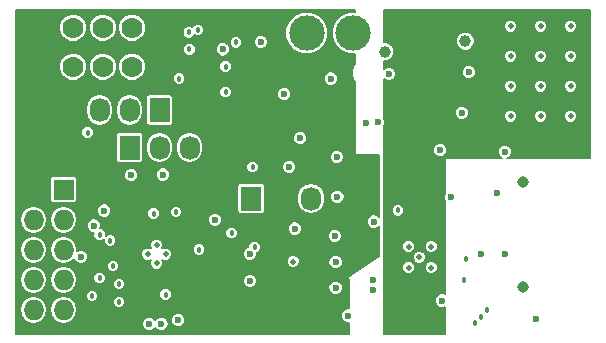
<source format=gbr>
G04 #@! TF.FileFunction,Copper,L3,Inr,Plane*
%FSLAX46Y46*%
G04 Gerber Fmt 4.6, Leading zero omitted, Abs format (unit mm)*
G04 Created by KiCad (PCBNEW 4.0.1-stable) date 2/4/2017 12:52:28 PM*
%MOMM*%
G01*
G04 APERTURE LIST*
%ADD10C,0.100000*%
%ADD11C,0.508000*%
%ADD12C,3.000000*%
%ADD13C,0.970000*%
%ADD14C,1.778000*%
%ADD15C,0.600000*%
%ADD16R,1.727200X1.727200*%
%ADD17O,1.727200X1.727200*%
%ADD18R,1.727200X2.032000*%
%ADD19O,1.727200X2.032000*%
%ADD20C,0.457200*%
%ADD21C,1.000000*%
%ADD22C,0.200000*%
G04 APERTURE END LIST*
D10*
D11*
X119126000Y-106426000D03*
D12*
X135774500Y-88455500D03*
X131814500Y-88455500D03*
D13*
X150114000Y-101092000D03*
D14*
X117043200Y-91313000D03*
X117043200Y-88011000D03*
X114554000Y-88011000D03*
X112064800Y-88011000D03*
X114554000Y-91313000D03*
X112064800Y-91313000D03*
D15*
X127031500Y-109473000D03*
X127000000Y-107188000D03*
X134270500Y-107885500D03*
X134270500Y-110044500D03*
X134207000Y-105663000D03*
X146583400Y-107213400D03*
X148640800Y-107162600D03*
X144068800Y-102387400D03*
X147955000Y-102057200D03*
D13*
X150114000Y-109982000D03*
D15*
X134366000Y-98971100D03*
X148583400Y-98525600D03*
X135324600Y-112394000D03*
X151212300Y-112673400D03*
X137877300Y-96023700D03*
X136880600Y-96050100D03*
X134429500Y-102323900D03*
X129933700Y-93662500D03*
D11*
X119888000Y-107188000D03*
X118364000Y-107188000D03*
X119126000Y-107950000D03*
X130683000Y-107823000D03*
X140462000Y-106553000D03*
X142367000Y-106553000D03*
X142367000Y-108331000D03*
X140462000Y-108331000D03*
X141351000Y-107442000D03*
X149098000Y-87884000D03*
X151638000Y-87884000D03*
X154178000Y-87884000D03*
X149098000Y-90424000D03*
X151638000Y-90424000D03*
X154178000Y-90424000D03*
X149098000Y-92964000D03*
X151638000Y-92964000D03*
X154178000Y-92964000D03*
X149098000Y-95504000D03*
X151638000Y-95504000D03*
X154178000Y-95504000D03*
D15*
X143122400Y-98398600D03*
D16*
X111252000Y-101727000D03*
D17*
X108712000Y-101727000D03*
X111252000Y-104267000D03*
X108712000Y-104267000D03*
X111252000Y-106807000D03*
X108712000Y-106807000D03*
X111252000Y-109347000D03*
X108712000Y-109347000D03*
X111252000Y-111887000D03*
X108712000Y-111887000D03*
D18*
X116840000Y-98171000D03*
D19*
X119380000Y-98171000D03*
X121920000Y-98171000D03*
D18*
X119380000Y-94996000D03*
D19*
X116840000Y-94996000D03*
X114300000Y-94996000D03*
D18*
X127127000Y-102489000D03*
D19*
X129667000Y-102489000D03*
X132207000Y-102489000D03*
D15*
X145554700Y-91795600D03*
X138798300Y-91948000D03*
X131279900Y-97370900D03*
X137502900Y-104432100D03*
X124066300Y-104292400D03*
X120942100Y-112801400D03*
X119532400Y-113093500D03*
X118503700Y-113106200D03*
X130810000Y-105029000D03*
X143256000Y-111125000D03*
X137414000Y-110236000D03*
X137414000Y-109347000D03*
X113792000Y-104775000D03*
X119634000Y-100457000D03*
X124714000Y-89865200D03*
X114681000Y-103505000D03*
X112712500Y-107442000D03*
D20*
X119888000Y-110617000D03*
X115443000Y-108204000D03*
X122707400Y-106807000D03*
X120777000Y-103632000D03*
X118872000Y-103759000D03*
D15*
X139573000Y-111125000D03*
X138976100Y-93167200D03*
X139014200Y-94018100D03*
X127939800Y-89230200D03*
X133858000Y-92329000D03*
X144907000Y-94107000D03*
X144907000Y-93218000D03*
X141859000Y-111125000D03*
X141097000Y-111125000D03*
X140335000Y-111125000D03*
D20*
X139547600Y-103492300D03*
X146050000Y-113030000D03*
X127254000Y-99822000D03*
X146558000Y-112522000D03*
X121031000Y-92329000D03*
X147066000Y-111887000D03*
X145351500Y-107632500D03*
D15*
X130352800Y-99809300D03*
D21*
X145262600Y-89154000D03*
X138442700Y-90055700D03*
D15*
X144957800Y-95224600D03*
D20*
X121894600Y-89865200D03*
X121843800Y-88417400D03*
X122631200Y-88214200D03*
X113284000Y-96901000D03*
D15*
X116967000Y-100520500D03*
X108864400Y-92786200D03*
X125907800Y-96799400D03*
X110236000Y-97917000D03*
X124904500Y-106222800D03*
X137515600Y-106210100D03*
X118491000Y-101282500D03*
X121754900Y-110820200D03*
X117690900Y-111277400D03*
X120230900Y-111302800D03*
X119951500Y-103124000D03*
X118745000Y-103060500D03*
X122809000Y-103441500D03*
X128905000Y-98044000D03*
X123190000Y-91567000D03*
X128778000Y-105918000D03*
X137541000Y-105410000D03*
X125349000Y-112395000D03*
X125603000Y-111252000D03*
X116586000Y-104775000D03*
X115443000Y-107442000D03*
D20*
X113665000Y-110744000D03*
X114300000Y-109220000D03*
X114300000Y-105537000D03*
X115951000Y-111252000D03*
X115951000Y-109728000D03*
X127419100Y-106603800D03*
X124968000Y-91313000D03*
X125831600Y-89255600D03*
X124968000Y-93472000D03*
X115189000Y-106045000D03*
X145161000Y-109347000D03*
X125476000Y-105410000D03*
D22*
G36*
X155835000Y-99087000D02*
X148795895Y-99087000D01*
X148922829Y-99034552D01*
X149091759Y-98865917D01*
X149183296Y-98645471D01*
X149183504Y-98406776D01*
X149092352Y-98186171D01*
X148923717Y-98017241D01*
X148703271Y-97925704D01*
X148464576Y-97925496D01*
X148243971Y-98016648D01*
X148075041Y-98185283D01*
X147983504Y-98405729D01*
X147983296Y-98644424D01*
X148074448Y-98865029D01*
X148243083Y-99033959D01*
X148370820Y-99087000D01*
X143637000Y-99087000D01*
X143598094Y-99094879D01*
X143565319Y-99117273D01*
X143543839Y-99150654D01*
X143537000Y-99187000D01*
X143537000Y-102103535D01*
X143468904Y-102267529D01*
X143468696Y-102506224D01*
X143537000Y-102671533D01*
X143537000Y-110592010D01*
X143375871Y-110525104D01*
X143137176Y-110524896D01*
X142916571Y-110616048D01*
X142747641Y-110784683D01*
X142656104Y-111005129D01*
X142655896Y-111243824D01*
X142747048Y-111464429D01*
X142915683Y-111633359D01*
X143136129Y-111724896D01*
X143374824Y-111725104D01*
X143537000Y-111658094D01*
X143537000Y-113925000D01*
X138403000Y-113925000D01*
X138403000Y-108440714D01*
X139907904Y-108440714D01*
X139992067Y-108644406D01*
X140147774Y-108800385D01*
X140351319Y-108884904D01*
X140571714Y-108885096D01*
X140775406Y-108800933D01*
X140931385Y-108645226D01*
X141015904Y-108441681D01*
X141015904Y-108440714D01*
X141812904Y-108440714D01*
X141897067Y-108644406D01*
X142052774Y-108800385D01*
X142256319Y-108884904D01*
X142476714Y-108885096D01*
X142680406Y-108800933D01*
X142836385Y-108645226D01*
X142920904Y-108441681D01*
X142921096Y-108221286D01*
X142836933Y-108017594D01*
X142681226Y-107861615D01*
X142477681Y-107777096D01*
X142257286Y-107776904D01*
X142053594Y-107861067D01*
X141897615Y-108016774D01*
X141813096Y-108220319D01*
X141812904Y-108440714D01*
X141015904Y-108440714D01*
X141016096Y-108221286D01*
X140931933Y-108017594D01*
X140776226Y-107861615D01*
X140572681Y-107777096D01*
X140352286Y-107776904D01*
X140148594Y-107861067D01*
X139992615Y-108016774D01*
X139908096Y-108220319D01*
X139907904Y-108440714D01*
X138403000Y-108440714D01*
X138403000Y-107551714D01*
X140796904Y-107551714D01*
X140881067Y-107755406D01*
X141036774Y-107911385D01*
X141240319Y-107995904D01*
X141460714Y-107996096D01*
X141664406Y-107911933D01*
X141820385Y-107756226D01*
X141904904Y-107552681D01*
X141905096Y-107332286D01*
X141820933Y-107128594D01*
X141665226Y-106972615D01*
X141461681Y-106888096D01*
X141241286Y-106887904D01*
X141037594Y-106972067D01*
X140881615Y-107127774D01*
X140797096Y-107331319D01*
X140796904Y-107551714D01*
X138403000Y-107551714D01*
X138403000Y-106662714D01*
X139907904Y-106662714D01*
X139992067Y-106866406D01*
X140147774Y-107022385D01*
X140351319Y-107106904D01*
X140571714Y-107107096D01*
X140775406Y-107022933D01*
X140931385Y-106867226D01*
X141015904Y-106663681D01*
X141015904Y-106662714D01*
X141812904Y-106662714D01*
X141897067Y-106866406D01*
X142052774Y-107022385D01*
X142256319Y-107106904D01*
X142476714Y-107107096D01*
X142680406Y-107022933D01*
X142836385Y-106867226D01*
X142920904Y-106663681D01*
X142921096Y-106443286D01*
X142836933Y-106239594D01*
X142681226Y-106083615D01*
X142477681Y-105999096D01*
X142257286Y-105998904D01*
X142053594Y-106083067D01*
X141897615Y-106238774D01*
X141813096Y-106442319D01*
X141812904Y-106662714D01*
X141015904Y-106662714D01*
X141016096Y-106443286D01*
X140931933Y-106239594D01*
X140776226Y-106083615D01*
X140572681Y-105999096D01*
X140352286Y-105998904D01*
X140148594Y-106083067D01*
X139992615Y-106238774D01*
X139908096Y-106442319D01*
X139907904Y-106662714D01*
X138403000Y-106662714D01*
X138403000Y-103596984D01*
X139018908Y-103596984D01*
X139099213Y-103791337D01*
X139247781Y-103940164D01*
X139441994Y-104020808D01*
X139652284Y-104020992D01*
X139846637Y-103940687D01*
X139995464Y-103792119D01*
X140076108Y-103597906D01*
X140076292Y-103387616D01*
X139995987Y-103193263D01*
X139847419Y-103044436D01*
X139653206Y-102963792D01*
X139442916Y-102963608D01*
X139248563Y-103043913D01*
X139099736Y-103192481D01*
X139019092Y-103386694D01*
X139018908Y-103596984D01*
X138403000Y-103596984D01*
X138403000Y-98517424D01*
X142522296Y-98517424D01*
X142613448Y-98738029D01*
X142782083Y-98906959D01*
X143002529Y-98998496D01*
X143241224Y-98998704D01*
X143461829Y-98907552D01*
X143630759Y-98738917D01*
X143722296Y-98518471D01*
X143722504Y-98279776D01*
X143631352Y-98059171D01*
X143462717Y-97890241D01*
X143242271Y-97798704D01*
X143003576Y-97798496D01*
X142782971Y-97889648D01*
X142614041Y-98058283D01*
X142522504Y-98278729D01*
X142522296Y-98517424D01*
X138403000Y-98517424D01*
X138403000Y-96322255D01*
X138477196Y-96143571D01*
X138477404Y-95904876D01*
X138403000Y-95724804D01*
X138403000Y-95343424D01*
X144357696Y-95343424D01*
X144448848Y-95564029D01*
X144617483Y-95732959D01*
X144837929Y-95824496D01*
X145076624Y-95824704D01*
X145297229Y-95733552D01*
X145417276Y-95613714D01*
X148543904Y-95613714D01*
X148628067Y-95817406D01*
X148783774Y-95973385D01*
X148987319Y-96057904D01*
X149207714Y-96058096D01*
X149411406Y-95973933D01*
X149567385Y-95818226D01*
X149651904Y-95614681D01*
X149651904Y-95613714D01*
X151083904Y-95613714D01*
X151168067Y-95817406D01*
X151323774Y-95973385D01*
X151527319Y-96057904D01*
X151747714Y-96058096D01*
X151951406Y-95973933D01*
X152107385Y-95818226D01*
X152191904Y-95614681D01*
X152191904Y-95613714D01*
X153623904Y-95613714D01*
X153708067Y-95817406D01*
X153863774Y-95973385D01*
X154067319Y-96057904D01*
X154287714Y-96058096D01*
X154491406Y-95973933D01*
X154647385Y-95818226D01*
X154731904Y-95614681D01*
X154732096Y-95394286D01*
X154647933Y-95190594D01*
X154492226Y-95034615D01*
X154288681Y-94950096D01*
X154068286Y-94949904D01*
X153864594Y-95034067D01*
X153708615Y-95189774D01*
X153624096Y-95393319D01*
X153623904Y-95613714D01*
X152191904Y-95613714D01*
X152192096Y-95394286D01*
X152107933Y-95190594D01*
X151952226Y-95034615D01*
X151748681Y-94950096D01*
X151528286Y-94949904D01*
X151324594Y-95034067D01*
X151168615Y-95189774D01*
X151084096Y-95393319D01*
X151083904Y-95613714D01*
X149651904Y-95613714D01*
X149652096Y-95394286D01*
X149567933Y-95190594D01*
X149412226Y-95034615D01*
X149208681Y-94950096D01*
X148988286Y-94949904D01*
X148784594Y-95034067D01*
X148628615Y-95189774D01*
X148544096Y-95393319D01*
X148543904Y-95613714D01*
X145417276Y-95613714D01*
X145466159Y-95564917D01*
X145557696Y-95344471D01*
X145557904Y-95105776D01*
X145466752Y-94885171D01*
X145298117Y-94716241D01*
X145077671Y-94624704D01*
X144838976Y-94624496D01*
X144618371Y-94715648D01*
X144449441Y-94884283D01*
X144357904Y-95104729D01*
X144357696Y-95343424D01*
X138403000Y-95343424D01*
X138403000Y-93073714D01*
X148543904Y-93073714D01*
X148628067Y-93277406D01*
X148783774Y-93433385D01*
X148987319Y-93517904D01*
X149207714Y-93518096D01*
X149411406Y-93433933D01*
X149567385Y-93278226D01*
X149651904Y-93074681D01*
X149651904Y-93073714D01*
X151083904Y-93073714D01*
X151168067Y-93277406D01*
X151323774Y-93433385D01*
X151527319Y-93517904D01*
X151747714Y-93518096D01*
X151951406Y-93433933D01*
X152107385Y-93278226D01*
X152191904Y-93074681D01*
X152191904Y-93073714D01*
X153623904Y-93073714D01*
X153708067Y-93277406D01*
X153863774Y-93433385D01*
X154067319Y-93517904D01*
X154287714Y-93518096D01*
X154491406Y-93433933D01*
X154647385Y-93278226D01*
X154731904Y-93074681D01*
X154732096Y-92854286D01*
X154647933Y-92650594D01*
X154492226Y-92494615D01*
X154288681Y-92410096D01*
X154068286Y-92409904D01*
X153864594Y-92494067D01*
X153708615Y-92649774D01*
X153624096Y-92853319D01*
X153623904Y-93073714D01*
X152191904Y-93073714D01*
X152192096Y-92854286D01*
X152107933Y-92650594D01*
X151952226Y-92494615D01*
X151748681Y-92410096D01*
X151528286Y-92409904D01*
X151324594Y-92494067D01*
X151168615Y-92649774D01*
X151084096Y-92853319D01*
X151083904Y-93073714D01*
X149651904Y-93073714D01*
X149652096Y-92854286D01*
X149567933Y-92650594D01*
X149412226Y-92494615D01*
X149208681Y-92410096D01*
X148988286Y-92409904D01*
X148784594Y-92494067D01*
X148628615Y-92649774D01*
X148544096Y-92853319D01*
X148543904Y-93073714D01*
X138403000Y-93073714D01*
X138403000Y-92401280D01*
X138457983Y-92456359D01*
X138678429Y-92547896D01*
X138917124Y-92548104D01*
X139137729Y-92456952D01*
X139306659Y-92288317D01*
X139398196Y-92067871D01*
X139398329Y-91914424D01*
X144954596Y-91914424D01*
X145045748Y-92135029D01*
X145214383Y-92303959D01*
X145434829Y-92395496D01*
X145673524Y-92395704D01*
X145894129Y-92304552D01*
X146063059Y-92135917D01*
X146154596Y-91915471D01*
X146154804Y-91676776D01*
X146063652Y-91456171D01*
X145895017Y-91287241D01*
X145674571Y-91195704D01*
X145435876Y-91195496D01*
X145215271Y-91286648D01*
X145046341Y-91455283D01*
X144954804Y-91675729D01*
X144954596Y-91914424D01*
X139398329Y-91914424D01*
X139398404Y-91829176D01*
X139307252Y-91608571D01*
X139138617Y-91439641D01*
X138918171Y-91348104D01*
X138679476Y-91347896D01*
X138458871Y-91439048D01*
X138403000Y-91494821D01*
X138403000Y-90855666D01*
X138601132Y-90855839D01*
X138895272Y-90734303D01*
X139096210Y-90533714D01*
X148543904Y-90533714D01*
X148628067Y-90737406D01*
X148783774Y-90893385D01*
X148987319Y-90977904D01*
X149207714Y-90978096D01*
X149411406Y-90893933D01*
X149567385Y-90738226D01*
X149651904Y-90534681D01*
X149651904Y-90533714D01*
X151083904Y-90533714D01*
X151168067Y-90737406D01*
X151323774Y-90893385D01*
X151527319Y-90977904D01*
X151747714Y-90978096D01*
X151951406Y-90893933D01*
X152107385Y-90738226D01*
X152191904Y-90534681D01*
X152191904Y-90533714D01*
X153623904Y-90533714D01*
X153708067Y-90737406D01*
X153863774Y-90893385D01*
X154067319Y-90977904D01*
X154287714Y-90978096D01*
X154491406Y-90893933D01*
X154647385Y-90738226D01*
X154731904Y-90534681D01*
X154732096Y-90314286D01*
X154647933Y-90110594D01*
X154492226Y-89954615D01*
X154288681Y-89870096D01*
X154068286Y-89869904D01*
X153864594Y-89954067D01*
X153708615Y-90109774D01*
X153624096Y-90313319D01*
X153623904Y-90533714D01*
X152191904Y-90533714D01*
X152192096Y-90314286D01*
X152107933Y-90110594D01*
X151952226Y-89954615D01*
X151748681Y-89870096D01*
X151528286Y-89869904D01*
X151324594Y-89954067D01*
X151168615Y-90109774D01*
X151084096Y-90313319D01*
X151083904Y-90533714D01*
X149651904Y-90533714D01*
X149652096Y-90314286D01*
X149567933Y-90110594D01*
X149412226Y-89954615D01*
X149208681Y-89870096D01*
X148988286Y-89869904D01*
X148784594Y-89954067D01*
X148628615Y-90109774D01*
X148544096Y-90313319D01*
X148543904Y-90533714D01*
X139096210Y-90533714D01*
X139120512Y-90509455D01*
X139242561Y-90215528D01*
X139242839Y-89897268D01*
X139121303Y-89603128D01*
X138896455Y-89377888D01*
X138738820Y-89312432D01*
X144462461Y-89312432D01*
X144583997Y-89606572D01*
X144808845Y-89831812D01*
X145102772Y-89953861D01*
X145421032Y-89954139D01*
X145715172Y-89832603D01*
X145940412Y-89607755D01*
X146062461Y-89313828D01*
X146062739Y-88995568D01*
X145941203Y-88701428D01*
X145716355Y-88476188D01*
X145422428Y-88354139D01*
X145104168Y-88353861D01*
X144810028Y-88475397D01*
X144584788Y-88700245D01*
X144462739Y-88994172D01*
X144462461Y-89312432D01*
X138738820Y-89312432D01*
X138602528Y-89255839D01*
X138403000Y-89255665D01*
X138403000Y-87993714D01*
X148543904Y-87993714D01*
X148628067Y-88197406D01*
X148783774Y-88353385D01*
X148987319Y-88437904D01*
X149207714Y-88438096D01*
X149411406Y-88353933D01*
X149567385Y-88198226D01*
X149651904Y-87994681D01*
X149651904Y-87993714D01*
X151083904Y-87993714D01*
X151168067Y-88197406D01*
X151323774Y-88353385D01*
X151527319Y-88437904D01*
X151747714Y-88438096D01*
X151951406Y-88353933D01*
X152107385Y-88198226D01*
X152191904Y-87994681D01*
X152191904Y-87993714D01*
X153623904Y-87993714D01*
X153708067Y-88197406D01*
X153863774Y-88353385D01*
X154067319Y-88437904D01*
X154287714Y-88438096D01*
X154491406Y-88353933D01*
X154647385Y-88198226D01*
X154731904Y-87994681D01*
X154732096Y-87774286D01*
X154647933Y-87570594D01*
X154492226Y-87414615D01*
X154288681Y-87330096D01*
X154068286Y-87329904D01*
X153864594Y-87414067D01*
X153708615Y-87569774D01*
X153624096Y-87773319D01*
X153623904Y-87993714D01*
X152191904Y-87993714D01*
X152192096Y-87774286D01*
X152107933Y-87570594D01*
X151952226Y-87414615D01*
X151748681Y-87330096D01*
X151528286Y-87329904D01*
X151324594Y-87414067D01*
X151168615Y-87569774D01*
X151084096Y-87773319D01*
X151083904Y-87993714D01*
X149651904Y-87993714D01*
X149652096Y-87774286D01*
X149567933Y-87570594D01*
X149412226Y-87414615D01*
X149208681Y-87330096D01*
X148988286Y-87329904D01*
X148784594Y-87414067D01*
X148628615Y-87569774D01*
X148544096Y-87773319D01*
X148543904Y-87993714D01*
X138403000Y-87993714D01*
X138403000Y-86481000D01*
X155835000Y-86481000D01*
X155835000Y-99087000D01*
X155835000Y-99087000D01*
G37*
X155835000Y-99087000D02*
X148795895Y-99087000D01*
X148922829Y-99034552D01*
X149091759Y-98865917D01*
X149183296Y-98645471D01*
X149183504Y-98406776D01*
X149092352Y-98186171D01*
X148923717Y-98017241D01*
X148703271Y-97925704D01*
X148464576Y-97925496D01*
X148243971Y-98016648D01*
X148075041Y-98185283D01*
X147983504Y-98405729D01*
X147983296Y-98644424D01*
X148074448Y-98865029D01*
X148243083Y-99033959D01*
X148370820Y-99087000D01*
X143637000Y-99087000D01*
X143598094Y-99094879D01*
X143565319Y-99117273D01*
X143543839Y-99150654D01*
X143537000Y-99187000D01*
X143537000Y-102103535D01*
X143468904Y-102267529D01*
X143468696Y-102506224D01*
X143537000Y-102671533D01*
X143537000Y-110592010D01*
X143375871Y-110525104D01*
X143137176Y-110524896D01*
X142916571Y-110616048D01*
X142747641Y-110784683D01*
X142656104Y-111005129D01*
X142655896Y-111243824D01*
X142747048Y-111464429D01*
X142915683Y-111633359D01*
X143136129Y-111724896D01*
X143374824Y-111725104D01*
X143537000Y-111658094D01*
X143537000Y-113925000D01*
X138403000Y-113925000D01*
X138403000Y-108440714D01*
X139907904Y-108440714D01*
X139992067Y-108644406D01*
X140147774Y-108800385D01*
X140351319Y-108884904D01*
X140571714Y-108885096D01*
X140775406Y-108800933D01*
X140931385Y-108645226D01*
X141015904Y-108441681D01*
X141015904Y-108440714D01*
X141812904Y-108440714D01*
X141897067Y-108644406D01*
X142052774Y-108800385D01*
X142256319Y-108884904D01*
X142476714Y-108885096D01*
X142680406Y-108800933D01*
X142836385Y-108645226D01*
X142920904Y-108441681D01*
X142921096Y-108221286D01*
X142836933Y-108017594D01*
X142681226Y-107861615D01*
X142477681Y-107777096D01*
X142257286Y-107776904D01*
X142053594Y-107861067D01*
X141897615Y-108016774D01*
X141813096Y-108220319D01*
X141812904Y-108440714D01*
X141015904Y-108440714D01*
X141016096Y-108221286D01*
X140931933Y-108017594D01*
X140776226Y-107861615D01*
X140572681Y-107777096D01*
X140352286Y-107776904D01*
X140148594Y-107861067D01*
X139992615Y-108016774D01*
X139908096Y-108220319D01*
X139907904Y-108440714D01*
X138403000Y-108440714D01*
X138403000Y-107551714D01*
X140796904Y-107551714D01*
X140881067Y-107755406D01*
X141036774Y-107911385D01*
X141240319Y-107995904D01*
X141460714Y-107996096D01*
X141664406Y-107911933D01*
X141820385Y-107756226D01*
X141904904Y-107552681D01*
X141905096Y-107332286D01*
X141820933Y-107128594D01*
X141665226Y-106972615D01*
X141461681Y-106888096D01*
X141241286Y-106887904D01*
X141037594Y-106972067D01*
X140881615Y-107127774D01*
X140797096Y-107331319D01*
X140796904Y-107551714D01*
X138403000Y-107551714D01*
X138403000Y-106662714D01*
X139907904Y-106662714D01*
X139992067Y-106866406D01*
X140147774Y-107022385D01*
X140351319Y-107106904D01*
X140571714Y-107107096D01*
X140775406Y-107022933D01*
X140931385Y-106867226D01*
X141015904Y-106663681D01*
X141015904Y-106662714D01*
X141812904Y-106662714D01*
X141897067Y-106866406D01*
X142052774Y-107022385D01*
X142256319Y-107106904D01*
X142476714Y-107107096D01*
X142680406Y-107022933D01*
X142836385Y-106867226D01*
X142920904Y-106663681D01*
X142921096Y-106443286D01*
X142836933Y-106239594D01*
X142681226Y-106083615D01*
X142477681Y-105999096D01*
X142257286Y-105998904D01*
X142053594Y-106083067D01*
X141897615Y-106238774D01*
X141813096Y-106442319D01*
X141812904Y-106662714D01*
X141015904Y-106662714D01*
X141016096Y-106443286D01*
X140931933Y-106239594D01*
X140776226Y-106083615D01*
X140572681Y-105999096D01*
X140352286Y-105998904D01*
X140148594Y-106083067D01*
X139992615Y-106238774D01*
X139908096Y-106442319D01*
X139907904Y-106662714D01*
X138403000Y-106662714D01*
X138403000Y-103596984D01*
X139018908Y-103596984D01*
X139099213Y-103791337D01*
X139247781Y-103940164D01*
X139441994Y-104020808D01*
X139652284Y-104020992D01*
X139846637Y-103940687D01*
X139995464Y-103792119D01*
X140076108Y-103597906D01*
X140076292Y-103387616D01*
X139995987Y-103193263D01*
X139847419Y-103044436D01*
X139653206Y-102963792D01*
X139442916Y-102963608D01*
X139248563Y-103043913D01*
X139099736Y-103192481D01*
X139019092Y-103386694D01*
X139018908Y-103596984D01*
X138403000Y-103596984D01*
X138403000Y-98517424D01*
X142522296Y-98517424D01*
X142613448Y-98738029D01*
X142782083Y-98906959D01*
X143002529Y-98998496D01*
X143241224Y-98998704D01*
X143461829Y-98907552D01*
X143630759Y-98738917D01*
X143722296Y-98518471D01*
X143722504Y-98279776D01*
X143631352Y-98059171D01*
X143462717Y-97890241D01*
X143242271Y-97798704D01*
X143003576Y-97798496D01*
X142782971Y-97889648D01*
X142614041Y-98058283D01*
X142522504Y-98278729D01*
X142522296Y-98517424D01*
X138403000Y-98517424D01*
X138403000Y-96322255D01*
X138477196Y-96143571D01*
X138477404Y-95904876D01*
X138403000Y-95724804D01*
X138403000Y-95343424D01*
X144357696Y-95343424D01*
X144448848Y-95564029D01*
X144617483Y-95732959D01*
X144837929Y-95824496D01*
X145076624Y-95824704D01*
X145297229Y-95733552D01*
X145417276Y-95613714D01*
X148543904Y-95613714D01*
X148628067Y-95817406D01*
X148783774Y-95973385D01*
X148987319Y-96057904D01*
X149207714Y-96058096D01*
X149411406Y-95973933D01*
X149567385Y-95818226D01*
X149651904Y-95614681D01*
X149651904Y-95613714D01*
X151083904Y-95613714D01*
X151168067Y-95817406D01*
X151323774Y-95973385D01*
X151527319Y-96057904D01*
X151747714Y-96058096D01*
X151951406Y-95973933D01*
X152107385Y-95818226D01*
X152191904Y-95614681D01*
X152191904Y-95613714D01*
X153623904Y-95613714D01*
X153708067Y-95817406D01*
X153863774Y-95973385D01*
X154067319Y-96057904D01*
X154287714Y-96058096D01*
X154491406Y-95973933D01*
X154647385Y-95818226D01*
X154731904Y-95614681D01*
X154732096Y-95394286D01*
X154647933Y-95190594D01*
X154492226Y-95034615D01*
X154288681Y-94950096D01*
X154068286Y-94949904D01*
X153864594Y-95034067D01*
X153708615Y-95189774D01*
X153624096Y-95393319D01*
X153623904Y-95613714D01*
X152191904Y-95613714D01*
X152192096Y-95394286D01*
X152107933Y-95190594D01*
X151952226Y-95034615D01*
X151748681Y-94950096D01*
X151528286Y-94949904D01*
X151324594Y-95034067D01*
X151168615Y-95189774D01*
X151084096Y-95393319D01*
X151083904Y-95613714D01*
X149651904Y-95613714D01*
X149652096Y-95394286D01*
X149567933Y-95190594D01*
X149412226Y-95034615D01*
X149208681Y-94950096D01*
X148988286Y-94949904D01*
X148784594Y-95034067D01*
X148628615Y-95189774D01*
X148544096Y-95393319D01*
X148543904Y-95613714D01*
X145417276Y-95613714D01*
X145466159Y-95564917D01*
X145557696Y-95344471D01*
X145557904Y-95105776D01*
X145466752Y-94885171D01*
X145298117Y-94716241D01*
X145077671Y-94624704D01*
X144838976Y-94624496D01*
X144618371Y-94715648D01*
X144449441Y-94884283D01*
X144357904Y-95104729D01*
X144357696Y-95343424D01*
X138403000Y-95343424D01*
X138403000Y-93073714D01*
X148543904Y-93073714D01*
X148628067Y-93277406D01*
X148783774Y-93433385D01*
X148987319Y-93517904D01*
X149207714Y-93518096D01*
X149411406Y-93433933D01*
X149567385Y-93278226D01*
X149651904Y-93074681D01*
X149651904Y-93073714D01*
X151083904Y-93073714D01*
X151168067Y-93277406D01*
X151323774Y-93433385D01*
X151527319Y-93517904D01*
X151747714Y-93518096D01*
X151951406Y-93433933D01*
X152107385Y-93278226D01*
X152191904Y-93074681D01*
X152191904Y-93073714D01*
X153623904Y-93073714D01*
X153708067Y-93277406D01*
X153863774Y-93433385D01*
X154067319Y-93517904D01*
X154287714Y-93518096D01*
X154491406Y-93433933D01*
X154647385Y-93278226D01*
X154731904Y-93074681D01*
X154732096Y-92854286D01*
X154647933Y-92650594D01*
X154492226Y-92494615D01*
X154288681Y-92410096D01*
X154068286Y-92409904D01*
X153864594Y-92494067D01*
X153708615Y-92649774D01*
X153624096Y-92853319D01*
X153623904Y-93073714D01*
X152191904Y-93073714D01*
X152192096Y-92854286D01*
X152107933Y-92650594D01*
X151952226Y-92494615D01*
X151748681Y-92410096D01*
X151528286Y-92409904D01*
X151324594Y-92494067D01*
X151168615Y-92649774D01*
X151084096Y-92853319D01*
X151083904Y-93073714D01*
X149651904Y-93073714D01*
X149652096Y-92854286D01*
X149567933Y-92650594D01*
X149412226Y-92494615D01*
X149208681Y-92410096D01*
X148988286Y-92409904D01*
X148784594Y-92494067D01*
X148628615Y-92649774D01*
X148544096Y-92853319D01*
X148543904Y-93073714D01*
X138403000Y-93073714D01*
X138403000Y-92401280D01*
X138457983Y-92456359D01*
X138678429Y-92547896D01*
X138917124Y-92548104D01*
X139137729Y-92456952D01*
X139306659Y-92288317D01*
X139398196Y-92067871D01*
X139398329Y-91914424D01*
X144954596Y-91914424D01*
X145045748Y-92135029D01*
X145214383Y-92303959D01*
X145434829Y-92395496D01*
X145673524Y-92395704D01*
X145894129Y-92304552D01*
X146063059Y-92135917D01*
X146154596Y-91915471D01*
X146154804Y-91676776D01*
X146063652Y-91456171D01*
X145895017Y-91287241D01*
X145674571Y-91195704D01*
X145435876Y-91195496D01*
X145215271Y-91286648D01*
X145046341Y-91455283D01*
X144954804Y-91675729D01*
X144954596Y-91914424D01*
X139398329Y-91914424D01*
X139398404Y-91829176D01*
X139307252Y-91608571D01*
X139138617Y-91439641D01*
X138918171Y-91348104D01*
X138679476Y-91347896D01*
X138458871Y-91439048D01*
X138403000Y-91494821D01*
X138403000Y-90855666D01*
X138601132Y-90855839D01*
X138895272Y-90734303D01*
X139096210Y-90533714D01*
X148543904Y-90533714D01*
X148628067Y-90737406D01*
X148783774Y-90893385D01*
X148987319Y-90977904D01*
X149207714Y-90978096D01*
X149411406Y-90893933D01*
X149567385Y-90738226D01*
X149651904Y-90534681D01*
X149651904Y-90533714D01*
X151083904Y-90533714D01*
X151168067Y-90737406D01*
X151323774Y-90893385D01*
X151527319Y-90977904D01*
X151747714Y-90978096D01*
X151951406Y-90893933D01*
X152107385Y-90738226D01*
X152191904Y-90534681D01*
X152191904Y-90533714D01*
X153623904Y-90533714D01*
X153708067Y-90737406D01*
X153863774Y-90893385D01*
X154067319Y-90977904D01*
X154287714Y-90978096D01*
X154491406Y-90893933D01*
X154647385Y-90738226D01*
X154731904Y-90534681D01*
X154732096Y-90314286D01*
X154647933Y-90110594D01*
X154492226Y-89954615D01*
X154288681Y-89870096D01*
X154068286Y-89869904D01*
X153864594Y-89954067D01*
X153708615Y-90109774D01*
X153624096Y-90313319D01*
X153623904Y-90533714D01*
X152191904Y-90533714D01*
X152192096Y-90314286D01*
X152107933Y-90110594D01*
X151952226Y-89954615D01*
X151748681Y-89870096D01*
X151528286Y-89869904D01*
X151324594Y-89954067D01*
X151168615Y-90109774D01*
X151084096Y-90313319D01*
X151083904Y-90533714D01*
X149651904Y-90533714D01*
X149652096Y-90314286D01*
X149567933Y-90110594D01*
X149412226Y-89954615D01*
X149208681Y-89870096D01*
X148988286Y-89869904D01*
X148784594Y-89954067D01*
X148628615Y-90109774D01*
X148544096Y-90313319D01*
X148543904Y-90533714D01*
X139096210Y-90533714D01*
X139120512Y-90509455D01*
X139242561Y-90215528D01*
X139242839Y-89897268D01*
X139121303Y-89603128D01*
X138896455Y-89377888D01*
X138738820Y-89312432D01*
X144462461Y-89312432D01*
X144583997Y-89606572D01*
X144808845Y-89831812D01*
X145102772Y-89953861D01*
X145421032Y-89954139D01*
X145715172Y-89832603D01*
X145940412Y-89607755D01*
X146062461Y-89313828D01*
X146062739Y-88995568D01*
X145941203Y-88701428D01*
X145716355Y-88476188D01*
X145422428Y-88354139D01*
X145104168Y-88353861D01*
X144810028Y-88475397D01*
X144584788Y-88700245D01*
X144462739Y-88994172D01*
X144462461Y-89312432D01*
X138738820Y-89312432D01*
X138602528Y-89255839D01*
X138403000Y-89255665D01*
X138403000Y-87993714D01*
X148543904Y-87993714D01*
X148628067Y-88197406D01*
X148783774Y-88353385D01*
X148987319Y-88437904D01*
X149207714Y-88438096D01*
X149411406Y-88353933D01*
X149567385Y-88198226D01*
X149651904Y-87994681D01*
X149651904Y-87993714D01*
X151083904Y-87993714D01*
X151168067Y-88197406D01*
X151323774Y-88353385D01*
X151527319Y-88437904D01*
X151747714Y-88438096D01*
X151951406Y-88353933D01*
X152107385Y-88198226D01*
X152191904Y-87994681D01*
X152191904Y-87993714D01*
X153623904Y-87993714D01*
X153708067Y-88197406D01*
X153863774Y-88353385D01*
X154067319Y-88437904D01*
X154287714Y-88438096D01*
X154491406Y-88353933D01*
X154647385Y-88198226D01*
X154731904Y-87994681D01*
X154732096Y-87774286D01*
X154647933Y-87570594D01*
X154492226Y-87414615D01*
X154288681Y-87330096D01*
X154068286Y-87329904D01*
X153864594Y-87414067D01*
X153708615Y-87569774D01*
X153624096Y-87773319D01*
X153623904Y-87993714D01*
X152191904Y-87993714D01*
X152192096Y-87774286D01*
X152107933Y-87570594D01*
X151952226Y-87414615D01*
X151748681Y-87330096D01*
X151528286Y-87329904D01*
X151324594Y-87414067D01*
X151168615Y-87569774D01*
X151084096Y-87773319D01*
X151083904Y-87993714D01*
X149651904Y-87993714D01*
X149652096Y-87774286D01*
X149567933Y-87570594D01*
X149412226Y-87414615D01*
X149208681Y-87330096D01*
X148988286Y-87329904D01*
X148784594Y-87414067D01*
X148628615Y-87569774D01*
X148544096Y-87773319D01*
X148543904Y-87993714D01*
X138403000Y-87993714D01*
X138403000Y-86481000D01*
X155835000Y-86481000D01*
X155835000Y-99087000D01*
G36*
X135917000Y-86655624D02*
X135418029Y-86655188D01*
X134756214Y-86928645D01*
X134249424Y-87434551D01*
X133974813Y-88095887D01*
X133974188Y-88811971D01*
X134247645Y-89473786D01*
X134753551Y-89980576D01*
X135414887Y-90255187D01*
X135917000Y-90255625D01*
X135917000Y-91109918D01*
X135846256Y-91180539D01*
X135664707Y-91617756D01*
X135664294Y-92091167D01*
X135845079Y-92528700D01*
X135917000Y-92600747D01*
X135917000Y-98679000D01*
X135924879Y-98717906D01*
X135947273Y-98750681D01*
X135980654Y-98772161D01*
X136017000Y-98779000D01*
X137949000Y-98779000D01*
X137949000Y-104029709D01*
X137843217Y-103923741D01*
X137622771Y-103832204D01*
X137384076Y-103831996D01*
X137163471Y-103923148D01*
X136994541Y-104091783D01*
X136903004Y-104312229D01*
X136902796Y-104550924D01*
X136993948Y-104771529D01*
X137162583Y-104940459D01*
X137383029Y-105031996D01*
X137621724Y-105032204D01*
X137842329Y-104941052D01*
X137949000Y-104834567D01*
X137949000Y-107388482D01*
X135326530Y-109136795D01*
X135298529Y-109164931D01*
X135283680Y-109201745D01*
X135284324Y-109241435D01*
X135300359Y-109277748D01*
X135329258Y-109304961D01*
X135382000Y-109320000D01*
X135409000Y-109320000D01*
X135409000Y-111794073D01*
X135205776Y-111793896D01*
X134985171Y-111885048D01*
X134816241Y-112053683D01*
X134724704Y-112274129D01*
X134724496Y-112512824D01*
X134815648Y-112733429D01*
X134984283Y-112902359D01*
X135204729Y-112993896D01*
X135409000Y-112994074D01*
X135409000Y-113925000D01*
X107182000Y-113925000D01*
X107182000Y-113225024D01*
X117903596Y-113225024D01*
X117994748Y-113445629D01*
X118163383Y-113614559D01*
X118383829Y-113706096D01*
X118622524Y-113706304D01*
X118843129Y-113615152D01*
X119012059Y-113446517D01*
X119020582Y-113425992D01*
X119023448Y-113432929D01*
X119192083Y-113601859D01*
X119412529Y-113693396D01*
X119651224Y-113693604D01*
X119871829Y-113602452D01*
X120040759Y-113433817D01*
X120132296Y-113213371D01*
X120132504Y-112974676D01*
X120110005Y-112920224D01*
X120341996Y-112920224D01*
X120433148Y-113140829D01*
X120601783Y-113309759D01*
X120822229Y-113401296D01*
X121060924Y-113401504D01*
X121281529Y-113310352D01*
X121450459Y-113141717D01*
X121541996Y-112921271D01*
X121542204Y-112682576D01*
X121451052Y-112461971D01*
X121282417Y-112293041D01*
X121061971Y-112201504D01*
X120823276Y-112201296D01*
X120602671Y-112292448D01*
X120433741Y-112461083D01*
X120342204Y-112681529D01*
X120341996Y-112920224D01*
X120110005Y-112920224D01*
X120041352Y-112754071D01*
X119872717Y-112585141D01*
X119652271Y-112493604D01*
X119413576Y-112493396D01*
X119192971Y-112584548D01*
X119024041Y-112753183D01*
X119015518Y-112773708D01*
X119012652Y-112766771D01*
X118844017Y-112597841D01*
X118623571Y-112506304D01*
X118384876Y-112506096D01*
X118164271Y-112597248D01*
X117995341Y-112765883D01*
X117903804Y-112986329D01*
X117903596Y-113225024D01*
X107182000Y-113225024D01*
X107182000Y-111864204D01*
X107548400Y-111864204D01*
X107548400Y-111909796D01*
X107636974Y-112355086D01*
X107889211Y-112732585D01*
X108266710Y-112984822D01*
X108712000Y-113073396D01*
X109157290Y-112984822D01*
X109534789Y-112732585D01*
X109787026Y-112355086D01*
X109875600Y-111909796D01*
X109875600Y-111864204D01*
X110088400Y-111864204D01*
X110088400Y-111909796D01*
X110176974Y-112355086D01*
X110429211Y-112732585D01*
X110806710Y-112984822D01*
X111252000Y-113073396D01*
X111697290Y-112984822D01*
X112074789Y-112732585D01*
X112327026Y-112355086D01*
X112415600Y-111909796D01*
X112415600Y-111864204D01*
X112327026Y-111418914D01*
X112285446Y-111356684D01*
X115422308Y-111356684D01*
X115502613Y-111551037D01*
X115651181Y-111699864D01*
X115845394Y-111780508D01*
X116055684Y-111780692D01*
X116250037Y-111700387D01*
X116398864Y-111551819D01*
X116479508Y-111357606D01*
X116479692Y-111147316D01*
X116399387Y-110952963D01*
X116250819Y-110804136D01*
X116056606Y-110723492D01*
X115846316Y-110723308D01*
X115651963Y-110803613D01*
X115503136Y-110952181D01*
X115422492Y-111146394D01*
X115422308Y-111356684D01*
X112285446Y-111356684D01*
X112074789Y-111041415D01*
X111786347Y-110848684D01*
X113136308Y-110848684D01*
X113216613Y-111043037D01*
X113365181Y-111191864D01*
X113559394Y-111272508D01*
X113769684Y-111272692D01*
X113964037Y-111192387D01*
X114112864Y-111043819D01*
X114193508Y-110849606D01*
X114193619Y-110721684D01*
X119359308Y-110721684D01*
X119439613Y-110916037D01*
X119588181Y-111064864D01*
X119782394Y-111145508D01*
X119992684Y-111145692D01*
X120187037Y-111065387D01*
X120335864Y-110916819D01*
X120416508Y-110722606D01*
X120416692Y-110512316D01*
X120336387Y-110317963D01*
X120187819Y-110169136D01*
X120173823Y-110163324D01*
X133670396Y-110163324D01*
X133761548Y-110383929D01*
X133930183Y-110552859D01*
X134150629Y-110644396D01*
X134389324Y-110644604D01*
X134609929Y-110553452D01*
X134778859Y-110384817D01*
X134870396Y-110164371D01*
X134870604Y-109925676D01*
X134779452Y-109705071D01*
X134610817Y-109536141D01*
X134390371Y-109444604D01*
X134151676Y-109444396D01*
X133931071Y-109535548D01*
X133762141Y-109704183D01*
X133670604Y-109924629D01*
X133670396Y-110163324D01*
X120173823Y-110163324D01*
X119993606Y-110088492D01*
X119783316Y-110088308D01*
X119588963Y-110168613D01*
X119440136Y-110317181D01*
X119359492Y-110511394D01*
X119359308Y-110721684D01*
X114193619Y-110721684D01*
X114193692Y-110639316D01*
X114113387Y-110444963D01*
X113964819Y-110296136D01*
X113770606Y-110215492D01*
X113560316Y-110215308D01*
X113365963Y-110295613D01*
X113217136Y-110444181D01*
X113136492Y-110638394D01*
X113136308Y-110848684D01*
X111786347Y-110848684D01*
X111697290Y-110789178D01*
X111252000Y-110700604D01*
X110806710Y-110789178D01*
X110429211Y-111041415D01*
X110176974Y-111418914D01*
X110088400Y-111864204D01*
X109875600Y-111864204D01*
X109787026Y-111418914D01*
X109534789Y-111041415D01*
X109157290Y-110789178D01*
X108712000Y-110700604D01*
X108266710Y-110789178D01*
X107889211Y-111041415D01*
X107636974Y-111418914D01*
X107548400Y-111864204D01*
X107182000Y-111864204D01*
X107182000Y-109324204D01*
X107548400Y-109324204D01*
X107548400Y-109369796D01*
X107636974Y-109815086D01*
X107889211Y-110192585D01*
X108266710Y-110444822D01*
X108712000Y-110533396D01*
X109157290Y-110444822D01*
X109534789Y-110192585D01*
X109787026Y-109815086D01*
X109875600Y-109369796D01*
X109875600Y-109324204D01*
X110088400Y-109324204D01*
X110088400Y-109369796D01*
X110176974Y-109815086D01*
X110429211Y-110192585D01*
X110806710Y-110444822D01*
X111252000Y-110533396D01*
X111697290Y-110444822D01*
X112074789Y-110192585D01*
X112315267Y-109832684D01*
X115422308Y-109832684D01*
X115502613Y-110027037D01*
X115651181Y-110175864D01*
X115845394Y-110256508D01*
X116055684Y-110256692D01*
X116250037Y-110176387D01*
X116398864Y-110027819D01*
X116479508Y-109833606D01*
X116479692Y-109623316D01*
X116466680Y-109591824D01*
X126431396Y-109591824D01*
X126522548Y-109812429D01*
X126691183Y-109981359D01*
X126911629Y-110072896D01*
X127150324Y-110073104D01*
X127370929Y-109981952D01*
X127539859Y-109813317D01*
X127631396Y-109592871D01*
X127631604Y-109354176D01*
X127540452Y-109133571D01*
X127371817Y-108964641D01*
X127151371Y-108873104D01*
X126912676Y-108872896D01*
X126692071Y-108964048D01*
X126523141Y-109132683D01*
X126431604Y-109353129D01*
X126431396Y-109591824D01*
X116466680Y-109591824D01*
X116399387Y-109428963D01*
X116250819Y-109280136D01*
X116056606Y-109199492D01*
X115846316Y-109199308D01*
X115651963Y-109279613D01*
X115503136Y-109428181D01*
X115422492Y-109622394D01*
X115422308Y-109832684D01*
X112315267Y-109832684D01*
X112327026Y-109815086D01*
X112415600Y-109369796D01*
X112415600Y-109324684D01*
X113771308Y-109324684D01*
X113851613Y-109519037D01*
X114000181Y-109667864D01*
X114194394Y-109748508D01*
X114404684Y-109748692D01*
X114599037Y-109668387D01*
X114747864Y-109519819D01*
X114828508Y-109325606D01*
X114828692Y-109115316D01*
X114748387Y-108920963D01*
X114599819Y-108772136D01*
X114405606Y-108691492D01*
X114195316Y-108691308D01*
X114000963Y-108771613D01*
X113852136Y-108920181D01*
X113771492Y-109114394D01*
X113771308Y-109324684D01*
X112415600Y-109324684D01*
X112415600Y-109324204D01*
X112327026Y-108878914D01*
X112074789Y-108501415D01*
X111786347Y-108308684D01*
X114914308Y-108308684D01*
X114994613Y-108503037D01*
X115143181Y-108651864D01*
X115337394Y-108732508D01*
X115547684Y-108732692D01*
X115742037Y-108652387D01*
X115890864Y-108503819D01*
X115971508Y-108309606D01*
X115971692Y-108099316D01*
X115891387Y-107904963D01*
X115742819Y-107756136D01*
X115548606Y-107675492D01*
X115338316Y-107675308D01*
X115143963Y-107755613D01*
X114995136Y-107904181D01*
X114914492Y-108098394D01*
X114914308Y-108308684D01*
X111786347Y-108308684D01*
X111697290Y-108249178D01*
X111252000Y-108160604D01*
X110806710Y-108249178D01*
X110429211Y-108501415D01*
X110176974Y-108878914D01*
X110088400Y-109324204D01*
X109875600Y-109324204D01*
X109787026Y-108878914D01*
X109534789Y-108501415D01*
X109157290Y-108249178D01*
X108712000Y-108160604D01*
X108266710Y-108249178D01*
X107889211Y-108501415D01*
X107636974Y-108878914D01*
X107548400Y-109324204D01*
X107182000Y-109324204D01*
X107182000Y-106784204D01*
X107548400Y-106784204D01*
X107548400Y-106829796D01*
X107636974Y-107275086D01*
X107889211Y-107652585D01*
X108266710Y-107904822D01*
X108712000Y-107993396D01*
X109157290Y-107904822D01*
X109534789Y-107652585D01*
X109787026Y-107275086D01*
X109875600Y-106829796D01*
X109875600Y-106784204D01*
X110088400Y-106784204D01*
X110088400Y-106829796D01*
X110176974Y-107275086D01*
X110429211Y-107652585D01*
X110806710Y-107904822D01*
X111252000Y-107993396D01*
X111697290Y-107904822D01*
X112074789Y-107652585D01*
X112121454Y-107582746D01*
X112203548Y-107781429D01*
X112372183Y-107950359D01*
X112592629Y-108041896D01*
X112831324Y-108042104D01*
X113051929Y-107950952D01*
X113220859Y-107782317D01*
X113312396Y-107561871D01*
X113312604Y-107323176D01*
X113302084Y-107297714D01*
X117809904Y-107297714D01*
X117894067Y-107501406D01*
X118049774Y-107657385D01*
X118253319Y-107741904D01*
X118473714Y-107742096D01*
X118641202Y-107672892D01*
X118572096Y-107839319D01*
X118571904Y-108059714D01*
X118656067Y-108263406D01*
X118811774Y-108419385D01*
X119015319Y-108503904D01*
X119235714Y-108504096D01*
X119439406Y-108419933D01*
X119595385Y-108264226D01*
X119679904Y-108060681D01*
X119680015Y-107932714D01*
X130128904Y-107932714D01*
X130213067Y-108136406D01*
X130368774Y-108292385D01*
X130572319Y-108376904D01*
X130792714Y-108377096D01*
X130996406Y-108292933D01*
X131152385Y-108137226D01*
X131207570Y-108004324D01*
X133670396Y-108004324D01*
X133761548Y-108224929D01*
X133930183Y-108393859D01*
X134150629Y-108485396D01*
X134389324Y-108485604D01*
X134609929Y-108394452D01*
X134778859Y-108225817D01*
X134870396Y-108005371D01*
X134870604Y-107766676D01*
X134779452Y-107546071D01*
X134610817Y-107377141D01*
X134390371Y-107285604D01*
X134151676Y-107285396D01*
X133931071Y-107376548D01*
X133762141Y-107545183D01*
X133670604Y-107765629D01*
X133670396Y-108004324D01*
X131207570Y-108004324D01*
X131236904Y-107933681D01*
X131237096Y-107713286D01*
X131152933Y-107509594D01*
X130997226Y-107353615D01*
X130793681Y-107269096D01*
X130573286Y-107268904D01*
X130369594Y-107353067D01*
X130213615Y-107508774D01*
X130129096Y-107712319D01*
X130128904Y-107932714D01*
X119680015Y-107932714D01*
X119680096Y-107840286D01*
X119610892Y-107672798D01*
X119777319Y-107741904D01*
X119997714Y-107742096D01*
X120201406Y-107657933D01*
X120357385Y-107502226D01*
X120441904Y-107298681D01*
X120442096Y-107078286D01*
X120373259Y-106911684D01*
X122178708Y-106911684D01*
X122259013Y-107106037D01*
X122407581Y-107254864D01*
X122601794Y-107335508D01*
X122812084Y-107335692D01*
X122881949Y-107306824D01*
X126399896Y-107306824D01*
X126491048Y-107527429D01*
X126659683Y-107696359D01*
X126880129Y-107787896D01*
X127118824Y-107788104D01*
X127339429Y-107696952D01*
X127508359Y-107528317D01*
X127599896Y-107307871D01*
X127600076Y-107100969D01*
X127718137Y-107052187D01*
X127866964Y-106903619D01*
X127947608Y-106709406D01*
X127947792Y-106499116D01*
X127867487Y-106304763D01*
X127718919Y-106155936D01*
X127524706Y-106075292D01*
X127314416Y-106075108D01*
X127120063Y-106155413D01*
X126971236Y-106303981D01*
X126890592Y-106498194D01*
X126890514Y-106587904D01*
X126881176Y-106587896D01*
X126660571Y-106679048D01*
X126491641Y-106847683D01*
X126400104Y-107068129D01*
X126399896Y-107306824D01*
X122881949Y-107306824D01*
X123006437Y-107255387D01*
X123155264Y-107106819D01*
X123235908Y-106912606D01*
X123236092Y-106702316D01*
X123155787Y-106507963D01*
X123007219Y-106359136D01*
X122813006Y-106278492D01*
X122602716Y-106278308D01*
X122408363Y-106358613D01*
X122259536Y-106507181D01*
X122178892Y-106701394D01*
X122178708Y-106911684D01*
X120373259Y-106911684D01*
X120357933Y-106874594D01*
X120202226Y-106718615D01*
X119998681Y-106634096D01*
X119778286Y-106633904D01*
X119610798Y-106703108D01*
X119679904Y-106536681D01*
X119680096Y-106316286D01*
X119595933Y-106112594D01*
X119440226Y-105956615D01*
X119236681Y-105872096D01*
X119016286Y-105871904D01*
X118812594Y-105956067D01*
X118656615Y-106111774D01*
X118572096Y-106315319D01*
X118571904Y-106535714D01*
X118641108Y-106703202D01*
X118474681Y-106634096D01*
X118254286Y-106633904D01*
X118050594Y-106718067D01*
X117894615Y-106873774D01*
X117810096Y-107077319D01*
X117809904Y-107297714D01*
X113302084Y-107297714D01*
X113221452Y-107102571D01*
X113052817Y-106933641D01*
X112832371Y-106842104D01*
X112593676Y-106841896D01*
X112397031Y-106923148D01*
X112415600Y-106829796D01*
X112415600Y-106784204D01*
X112327026Y-106338914D01*
X112074789Y-105961415D01*
X111697290Y-105709178D01*
X111252000Y-105620604D01*
X110806710Y-105709178D01*
X110429211Y-105961415D01*
X110176974Y-106338914D01*
X110088400Y-106784204D01*
X109875600Y-106784204D01*
X109787026Y-106338914D01*
X109534789Y-105961415D01*
X109157290Y-105709178D01*
X108712000Y-105620604D01*
X108266710Y-105709178D01*
X107889211Y-105961415D01*
X107636974Y-106338914D01*
X107548400Y-106784204D01*
X107182000Y-106784204D01*
X107182000Y-104244204D01*
X107548400Y-104244204D01*
X107548400Y-104289796D01*
X107636974Y-104735086D01*
X107889211Y-105112585D01*
X108266710Y-105364822D01*
X108712000Y-105453396D01*
X109157290Y-105364822D01*
X109534789Y-105112585D01*
X109787026Y-104735086D01*
X109875600Y-104289796D01*
X109875600Y-104244204D01*
X110088400Y-104244204D01*
X110088400Y-104289796D01*
X110176974Y-104735086D01*
X110429211Y-105112585D01*
X110806710Y-105364822D01*
X111252000Y-105453396D01*
X111697290Y-105364822D01*
X112074789Y-105112585D01*
X112220960Y-104893824D01*
X113191896Y-104893824D01*
X113283048Y-105114429D01*
X113451683Y-105283359D01*
X113672129Y-105374896D01*
X113794908Y-105375003D01*
X113771492Y-105431394D01*
X113771308Y-105641684D01*
X113851613Y-105836037D01*
X114000181Y-105984864D01*
X114194394Y-106065508D01*
X114404684Y-106065692D01*
X114599037Y-105985387D01*
X114671382Y-105913168D01*
X114660492Y-105939394D01*
X114660308Y-106149684D01*
X114740613Y-106344037D01*
X114889181Y-106492864D01*
X115083394Y-106573508D01*
X115293684Y-106573692D01*
X115488037Y-106493387D01*
X115636864Y-106344819D01*
X115717508Y-106150606D01*
X115717692Y-105940316D01*
X115637387Y-105745963D01*
X115488819Y-105597136D01*
X115294606Y-105516492D01*
X115084316Y-105516308D01*
X114889963Y-105596613D01*
X114817618Y-105668832D01*
X114828508Y-105642606D01*
X114828619Y-105514684D01*
X124947308Y-105514684D01*
X125027613Y-105709037D01*
X125176181Y-105857864D01*
X125370394Y-105938508D01*
X125580684Y-105938692D01*
X125775037Y-105858387D01*
X125851733Y-105781824D01*
X133606896Y-105781824D01*
X133698048Y-106002429D01*
X133866683Y-106171359D01*
X134087129Y-106262896D01*
X134325824Y-106263104D01*
X134546429Y-106171952D01*
X134715359Y-106003317D01*
X134806896Y-105782871D01*
X134807104Y-105544176D01*
X134715952Y-105323571D01*
X134547317Y-105154641D01*
X134326871Y-105063104D01*
X134088176Y-105062896D01*
X133867571Y-105154048D01*
X133698641Y-105322683D01*
X133607104Y-105543129D01*
X133606896Y-105781824D01*
X125851733Y-105781824D01*
X125923864Y-105709819D01*
X126004508Y-105515606D01*
X126004692Y-105305316D01*
X125939618Y-105147824D01*
X130209896Y-105147824D01*
X130301048Y-105368429D01*
X130469683Y-105537359D01*
X130690129Y-105628896D01*
X130928824Y-105629104D01*
X131149429Y-105537952D01*
X131318359Y-105369317D01*
X131409896Y-105148871D01*
X131410104Y-104910176D01*
X131318952Y-104689571D01*
X131150317Y-104520641D01*
X130929871Y-104429104D01*
X130691176Y-104428896D01*
X130470571Y-104520048D01*
X130301641Y-104688683D01*
X130210104Y-104909129D01*
X130209896Y-105147824D01*
X125939618Y-105147824D01*
X125924387Y-105110963D01*
X125775819Y-104962136D01*
X125581606Y-104881492D01*
X125371316Y-104881308D01*
X125176963Y-104961613D01*
X125028136Y-105110181D01*
X124947492Y-105304394D01*
X124947308Y-105514684D01*
X114828619Y-105514684D01*
X114828692Y-105432316D01*
X114748387Y-105237963D01*
X114599819Y-105089136D01*
X114405606Y-105008492D01*
X114344739Y-105008439D01*
X114391896Y-104894871D01*
X114392104Y-104656176D01*
X114300952Y-104435571D01*
X114276648Y-104411224D01*
X123466196Y-104411224D01*
X123557348Y-104631829D01*
X123725983Y-104800759D01*
X123946429Y-104892296D01*
X124185124Y-104892504D01*
X124405729Y-104801352D01*
X124574659Y-104632717D01*
X124666196Y-104412271D01*
X124666404Y-104173576D01*
X124575252Y-103952971D01*
X124406617Y-103784041D01*
X124186171Y-103692504D01*
X123947476Y-103692296D01*
X123726871Y-103783448D01*
X123557941Y-103952083D01*
X123466404Y-104172529D01*
X123466196Y-104411224D01*
X114276648Y-104411224D01*
X114132317Y-104266641D01*
X113911871Y-104175104D01*
X113673176Y-104174896D01*
X113452571Y-104266048D01*
X113283641Y-104434683D01*
X113192104Y-104655129D01*
X113191896Y-104893824D01*
X112220960Y-104893824D01*
X112327026Y-104735086D01*
X112415600Y-104289796D01*
X112415600Y-104244204D01*
X112327026Y-103798914D01*
X112210035Y-103623824D01*
X114080896Y-103623824D01*
X114172048Y-103844429D01*
X114340683Y-104013359D01*
X114561129Y-104104896D01*
X114799824Y-104105104D01*
X115020429Y-104013952D01*
X115170959Y-103863684D01*
X118343308Y-103863684D01*
X118423613Y-104058037D01*
X118572181Y-104206864D01*
X118766394Y-104287508D01*
X118976684Y-104287692D01*
X119171037Y-104207387D01*
X119319864Y-104058819D01*
X119400508Y-103864606D01*
X119400619Y-103736684D01*
X120248308Y-103736684D01*
X120328613Y-103931037D01*
X120477181Y-104079864D01*
X120671394Y-104160508D01*
X120881684Y-104160692D01*
X121076037Y-104080387D01*
X121224864Y-103931819D01*
X121305508Y-103737606D01*
X121305692Y-103527316D01*
X121225387Y-103332963D01*
X121076819Y-103184136D01*
X120882606Y-103103492D01*
X120672316Y-103103308D01*
X120477963Y-103183613D01*
X120329136Y-103332181D01*
X120248492Y-103526394D01*
X120248308Y-103736684D01*
X119400619Y-103736684D01*
X119400692Y-103654316D01*
X119320387Y-103459963D01*
X119171819Y-103311136D01*
X118977606Y-103230492D01*
X118767316Y-103230308D01*
X118572963Y-103310613D01*
X118424136Y-103459181D01*
X118343492Y-103653394D01*
X118343308Y-103863684D01*
X115170959Y-103863684D01*
X115189359Y-103845317D01*
X115280896Y-103624871D01*
X115281104Y-103386176D01*
X115189952Y-103165571D01*
X115021317Y-102996641D01*
X114800871Y-102905104D01*
X114562176Y-102904896D01*
X114341571Y-102996048D01*
X114172641Y-103164683D01*
X114081104Y-103385129D01*
X114080896Y-103623824D01*
X112210035Y-103623824D01*
X112074789Y-103421415D01*
X111697290Y-103169178D01*
X111252000Y-103080604D01*
X110806710Y-103169178D01*
X110429211Y-103421415D01*
X110176974Y-103798914D01*
X110088400Y-104244204D01*
X109875600Y-104244204D01*
X109787026Y-103798914D01*
X109534789Y-103421415D01*
X109157290Y-103169178D01*
X108712000Y-103080604D01*
X108266710Y-103169178D01*
X107889211Y-103421415D01*
X107636974Y-103798914D01*
X107548400Y-104244204D01*
X107182000Y-104244204D01*
X107182000Y-100863400D01*
X110082523Y-100863400D01*
X110082523Y-102590600D01*
X110103442Y-102701773D01*
X110169145Y-102803879D01*
X110269397Y-102872378D01*
X110388400Y-102896477D01*
X112115600Y-102896477D01*
X112226773Y-102875558D01*
X112328879Y-102809855D01*
X112397378Y-102709603D01*
X112421477Y-102590600D01*
X112421477Y-101473000D01*
X125957523Y-101473000D01*
X125957523Y-103505000D01*
X125978442Y-103616173D01*
X126044145Y-103718279D01*
X126144397Y-103786778D01*
X126263400Y-103810877D01*
X127990600Y-103810877D01*
X128101773Y-103789958D01*
X128203879Y-103724255D01*
X128272378Y-103624003D01*
X128296477Y-103505000D01*
X128296477Y-102310818D01*
X131043400Y-102310818D01*
X131043400Y-102667182D01*
X131131974Y-103112472D01*
X131384211Y-103489971D01*
X131761710Y-103742208D01*
X132207000Y-103830782D01*
X132652290Y-103742208D01*
X133029789Y-103489971D01*
X133282026Y-103112472D01*
X133370600Y-102667182D01*
X133370600Y-102442724D01*
X133829396Y-102442724D01*
X133920548Y-102663329D01*
X134089183Y-102832259D01*
X134309629Y-102923796D01*
X134548324Y-102924004D01*
X134768929Y-102832852D01*
X134937859Y-102664217D01*
X135029396Y-102443771D01*
X135029604Y-102205076D01*
X134938452Y-101984471D01*
X134769817Y-101815541D01*
X134549371Y-101724004D01*
X134310676Y-101723796D01*
X134090071Y-101814948D01*
X133921141Y-101983583D01*
X133829604Y-102204029D01*
X133829396Y-102442724D01*
X133370600Y-102442724D01*
X133370600Y-102310818D01*
X133282026Y-101865528D01*
X133029789Y-101488029D01*
X132652290Y-101235792D01*
X132207000Y-101147218D01*
X131761710Y-101235792D01*
X131384211Y-101488029D01*
X131131974Y-101865528D01*
X131043400Y-102310818D01*
X128296477Y-102310818D01*
X128296477Y-101473000D01*
X128275558Y-101361827D01*
X128209855Y-101259721D01*
X128109603Y-101191222D01*
X127990600Y-101167123D01*
X126263400Y-101167123D01*
X126152227Y-101188042D01*
X126050121Y-101253745D01*
X125981622Y-101353997D01*
X125957523Y-101473000D01*
X112421477Y-101473000D01*
X112421477Y-100863400D01*
X112400558Y-100752227D01*
X112334855Y-100650121D01*
X112319054Y-100639324D01*
X116366896Y-100639324D01*
X116458048Y-100859929D01*
X116626683Y-101028859D01*
X116847129Y-101120396D01*
X117085824Y-101120604D01*
X117306429Y-101029452D01*
X117475359Y-100860817D01*
X117566896Y-100640371D01*
X117566952Y-100575824D01*
X119033896Y-100575824D01*
X119125048Y-100796429D01*
X119293683Y-100965359D01*
X119514129Y-101056896D01*
X119752824Y-101057104D01*
X119973429Y-100965952D01*
X120142359Y-100797317D01*
X120233896Y-100576871D01*
X120234104Y-100338176D01*
X120142952Y-100117571D01*
X119974317Y-99948641D01*
X119921439Y-99926684D01*
X126725308Y-99926684D01*
X126805613Y-100121037D01*
X126954181Y-100269864D01*
X127148394Y-100350508D01*
X127358684Y-100350692D01*
X127553037Y-100270387D01*
X127701864Y-100121819D01*
X127782292Y-99928124D01*
X129752696Y-99928124D01*
X129843848Y-100148729D01*
X130012483Y-100317659D01*
X130232929Y-100409196D01*
X130471624Y-100409404D01*
X130692229Y-100318252D01*
X130861159Y-100149617D01*
X130952696Y-99929171D01*
X130952904Y-99690476D01*
X130861752Y-99469871D01*
X130693117Y-99300941D01*
X130472671Y-99209404D01*
X130233976Y-99209196D01*
X130013371Y-99300348D01*
X129844441Y-99468983D01*
X129752904Y-99689429D01*
X129752696Y-99928124D01*
X127782292Y-99928124D01*
X127782508Y-99927606D01*
X127782692Y-99717316D01*
X127702387Y-99522963D01*
X127553819Y-99374136D01*
X127359606Y-99293492D01*
X127149316Y-99293308D01*
X126954963Y-99373613D01*
X126806136Y-99522181D01*
X126725492Y-99716394D01*
X126725308Y-99926684D01*
X119921439Y-99926684D01*
X119753871Y-99857104D01*
X119515176Y-99856896D01*
X119294571Y-99948048D01*
X119125641Y-100116683D01*
X119034104Y-100337129D01*
X119033896Y-100575824D01*
X117566952Y-100575824D01*
X117567104Y-100401676D01*
X117475952Y-100181071D01*
X117307317Y-100012141D01*
X117086871Y-99920604D01*
X116848176Y-99920396D01*
X116627571Y-100011548D01*
X116458641Y-100180183D01*
X116367104Y-100400629D01*
X116366896Y-100639324D01*
X112319054Y-100639324D01*
X112234603Y-100581622D01*
X112115600Y-100557523D01*
X110388400Y-100557523D01*
X110277227Y-100578442D01*
X110175121Y-100644145D01*
X110106622Y-100744397D01*
X110082523Y-100863400D01*
X107182000Y-100863400D01*
X107182000Y-97005684D01*
X112755308Y-97005684D01*
X112835613Y-97200037D01*
X112984181Y-97348864D01*
X113178394Y-97429508D01*
X113388684Y-97429692D01*
X113583037Y-97349387D01*
X113731864Y-97200819D01*
X113750889Y-97155000D01*
X115670523Y-97155000D01*
X115670523Y-99187000D01*
X115691442Y-99298173D01*
X115757145Y-99400279D01*
X115857397Y-99468778D01*
X115976400Y-99492877D01*
X117703600Y-99492877D01*
X117814773Y-99471958D01*
X117916879Y-99406255D01*
X117985378Y-99306003D01*
X118009477Y-99187000D01*
X118009477Y-97992818D01*
X118216400Y-97992818D01*
X118216400Y-98349182D01*
X118304974Y-98794472D01*
X118557211Y-99171971D01*
X118934710Y-99424208D01*
X119380000Y-99512782D01*
X119825290Y-99424208D01*
X120202789Y-99171971D01*
X120455026Y-98794472D01*
X120543600Y-98349182D01*
X120543600Y-97992818D01*
X120756400Y-97992818D01*
X120756400Y-98349182D01*
X120844974Y-98794472D01*
X121097211Y-99171971D01*
X121474710Y-99424208D01*
X121920000Y-99512782D01*
X122365290Y-99424208D01*
X122742789Y-99171971D01*
X122797611Y-99089924D01*
X133765896Y-99089924D01*
X133857048Y-99310529D01*
X134025683Y-99479459D01*
X134246129Y-99570996D01*
X134484824Y-99571204D01*
X134705429Y-99480052D01*
X134874359Y-99311417D01*
X134965896Y-99090971D01*
X134966104Y-98852276D01*
X134874952Y-98631671D01*
X134706317Y-98462741D01*
X134485871Y-98371204D01*
X134247176Y-98370996D01*
X134026571Y-98462148D01*
X133857641Y-98630783D01*
X133766104Y-98851229D01*
X133765896Y-99089924D01*
X122797611Y-99089924D01*
X122995026Y-98794472D01*
X123083600Y-98349182D01*
X123083600Y-97992818D01*
X122995026Y-97547528D01*
X122956403Y-97489724D01*
X130679796Y-97489724D01*
X130770948Y-97710329D01*
X130939583Y-97879259D01*
X131160029Y-97970796D01*
X131398724Y-97971004D01*
X131619329Y-97879852D01*
X131788259Y-97711217D01*
X131879796Y-97490771D01*
X131880004Y-97252076D01*
X131788852Y-97031471D01*
X131620217Y-96862541D01*
X131399771Y-96771004D01*
X131161076Y-96770796D01*
X130940471Y-96861948D01*
X130771541Y-97030583D01*
X130680004Y-97251029D01*
X130679796Y-97489724D01*
X122956403Y-97489724D01*
X122742789Y-97170029D01*
X122365290Y-96917792D01*
X121920000Y-96829218D01*
X121474710Y-96917792D01*
X121097211Y-97170029D01*
X120844974Y-97547528D01*
X120756400Y-97992818D01*
X120543600Y-97992818D01*
X120455026Y-97547528D01*
X120202789Y-97170029D01*
X119825290Y-96917792D01*
X119380000Y-96829218D01*
X118934710Y-96917792D01*
X118557211Y-97170029D01*
X118304974Y-97547528D01*
X118216400Y-97992818D01*
X118009477Y-97992818D01*
X118009477Y-97155000D01*
X117988558Y-97043827D01*
X117922855Y-96941721D01*
X117822603Y-96873222D01*
X117703600Y-96849123D01*
X115976400Y-96849123D01*
X115865227Y-96870042D01*
X115763121Y-96935745D01*
X115694622Y-97035997D01*
X115670523Y-97155000D01*
X113750889Y-97155000D01*
X113812508Y-97006606D01*
X113812692Y-96796316D01*
X113732387Y-96601963D01*
X113583819Y-96453136D01*
X113389606Y-96372492D01*
X113179316Y-96372308D01*
X112984963Y-96452613D01*
X112836136Y-96601181D01*
X112755492Y-96795394D01*
X112755308Y-97005684D01*
X107182000Y-97005684D01*
X107182000Y-94817818D01*
X113136400Y-94817818D01*
X113136400Y-95174182D01*
X113224974Y-95619472D01*
X113477211Y-95996971D01*
X113854710Y-96249208D01*
X114300000Y-96337782D01*
X114745290Y-96249208D01*
X115122789Y-95996971D01*
X115375026Y-95619472D01*
X115463600Y-95174182D01*
X115463600Y-94817818D01*
X115676400Y-94817818D01*
X115676400Y-95174182D01*
X115764974Y-95619472D01*
X116017211Y-95996971D01*
X116394710Y-96249208D01*
X116840000Y-96337782D01*
X117285290Y-96249208D01*
X117662789Y-95996971D01*
X117915026Y-95619472D01*
X118003600Y-95174182D01*
X118003600Y-94817818D01*
X117915026Y-94372528D01*
X117662789Y-93995029D01*
X117640297Y-93980000D01*
X118210523Y-93980000D01*
X118210523Y-96012000D01*
X118231442Y-96123173D01*
X118297145Y-96225279D01*
X118397397Y-96293778D01*
X118516400Y-96317877D01*
X120243600Y-96317877D01*
X120354773Y-96296958D01*
X120456879Y-96231255D01*
X120525378Y-96131003D01*
X120549477Y-96012000D01*
X120549477Y-93980000D01*
X120528558Y-93868827D01*
X120462855Y-93766721D01*
X120362603Y-93698222D01*
X120243600Y-93674123D01*
X118516400Y-93674123D01*
X118405227Y-93695042D01*
X118303121Y-93760745D01*
X118234622Y-93860997D01*
X118210523Y-93980000D01*
X117640297Y-93980000D01*
X117285290Y-93742792D01*
X116840000Y-93654218D01*
X116394710Y-93742792D01*
X116017211Y-93995029D01*
X115764974Y-94372528D01*
X115676400Y-94817818D01*
X115463600Y-94817818D01*
X115375026Y-94372528D01*
X115122789Y-93995029D01*
X114745290Y-93742792D01*
X114300000Y-93654218D01*
X113854710Y-93742792D01*
X113477211Y-93995029D01*
X113224974Y-94372528D01*
X113136400Y-94817818D01*
X107182000Y-94817818D01*
X107182000Y-93576684D01*
X124439308Y-93576684D01*
X124519613Y-93771037D01*
X124668181Y-93919864D01*
X124862394Y-94000508D01*
X125072684Y-94000692D01*
X125267037Y-93920387D01*
X125406342Y-93781324D01*
X129333596Y-93781324D01*
X129424748Y-94001929D01*
X129593383Y-94170859D01*
X129813829Y-94262396D01*
X130052524Y-94262604D01*
X130273129Y-94171452D01*
X130442059Y-94002817D01*
X130533596Y-93782371D01*
X130533804Y-93543676D01*
X130442652Y-93323071D01*
X130274017Y-93154141D01*
X130053571Y-93062604D01*
X129814876Y-93062396D01*
X129594271Y-93153548D01*
X129425341Y-93322183D01*
X129333804Y-93542629D01*
X129333596Y-93781324D01*
X125406342Y-93781324D01*
X125415864Y-93771819D01*
X125496508Y-93577606D01*
X125496692Y-93367316D01*
X125416387Y-93172963D01*
X125267819Y-93024136D01*
X125073606Y-92943492D01*
X124863316Y-92943308D01*
X124668963Y-93023613D01*
X124520136Y-93172181D01*
X124439492Y-93366394D01*
X124439308Y-93576684D01*
X107182000Y-93576684D01*
X107182000Y-91548469D01*
X110875594Y-91548469D01*
X111056227Y-91985635D01*
X111390406Y-92320397D01*
X111827256Y-92501793D01*
X112300269Y-92502206D01*
X112737435Y-92321573D01*
X113072197Y-91987394D01*
X113253593Y-91550544D01*
X113253594Y-91548469D01*
X113364794Y-91548469D01*
X113545427Y-91985635D01*
X113879606Y-92320397D01*
X114316456Y-92501793D01*
X114789469Y-92502206D01*
X115226635Y-92321573D01*
X115561397Y-91987394D01*
X115742793Y-91550544D01*
X115742794Y-91548469D01*
X115853994Y-91548469D01*
X116034627Y-91985635D01*
X116368806Y-92320397D01*
X116805656Y-92501793D01*
X117278669Y-92502206D01*
X117444505Y-92433684D01*
X120502308Y-92433684D01*
X120582613Y-92628037D01*
X120731181Y-92776864D01*
X120925394Y-92857508D01*
X121135684Y-92857692D01*
X121330037Y-92777387D01*
X121478864Y-92628819D01*
X121554019Y-92447824D01*
X133257896Y-92447824D01*
X133349048Y-92668429D01*
X133517683Y-92837359D01*
X133738129Y-92928896D01*
X133976824Y-92929104D01*
X134197429Y-92837952D01*
X134366359Y-92669317D01*
X134457896Y-92448871D01*
X134458104Y-92210176D01*
X134366952Y-91989571D01*
X134198317Y-91820641D01*
X133977871Y-91729104D01*
X133739176Y-91728896D01*
X133518571Y-91820048D01*
X133349641Y-91988683D01*
X133258104Y-92209129D01*
X133257896Y-92447824D01*
X121554019Y-92447824D01*
X121559508Y-92434606D01*
X121559692Y-92224316D01*
X121479387Y-92029963D01*
X121330819Y-91881136D01*
X121136606Y-91800492D01*
X120926316Y-91800308D01*
X120731963Y-91880613D01*
X120583136Y-92029181D01*
X120502492Y-92223394D01*
X120502308Y-92433684D01*
X117444505Y-92433684D01*
X117715835Y-92321573D01*
X118050597Y-91987394D01*
X118231993Y-91550544D01*
X118232109Y-91417684D01*
X124439308Y-91417684D01*
X124519613Y-91612037D01*
X124668181Y-91760864D01*
X124862394Y-91841508D01*
X125072684Y-91841692D01*
X125267037Y-91761387D01*
X125415864Y-91612819D01*
X125496508Y-91418606D01*
X125496692Y-91208316D01*
X125416387Y-91013963D01*
X125267819Y-90865136D01*
X125073606Y-90784492D01*
X124863316Y-90784308D01*
X124668963Y-90864613D01*
X124520136Y-91013181D01*
X124439492Y-91207394D01*
X124439308Y-91417684D01*
X118232109Y-91417684D01*
X118232406Y-91077531D01*
X118051773Y-90640365D01*
X117717594Y-90305603D01*
X117280744Y-90124207D01*
X116807731Y-90123794D01*
X116370565Y-90304427D01*
X116035803Y-90638606D01*
X115854407Y-91075456D01*
X115853994Y-91548469D01*
X115742794Y-91548469D01*
X115743206Y-91077531D01*
X115562573Y-90640365D01*
X115228394Y-90305603D01*
X114791544Y-90124207D01*
X114318531Y-90123794D01*
X113881365Y-90304427D01*
X113546603Y-90638606D01*
X113365207Y-91075456D01*
X113364794Y-91548469D01*
X113253594Y-91548469D01*
X113254006Y-91077531D01*
X113073373Y-90640365D01*
X112739194Y-90305603D01*
X112302344Y-90124207D01*
X111829331Y-90123794D01*
X111392165Y-90304427D01*
X111057403Y-90638606D01*
X110876007Y-91075456D01*
X110875594Y-91548469D01*
X107182000Y-91548469D01*
X107182000Y-89969884D01*
X121365908Y-89969884D01*
X121446213Y-90164237D01*
X121594781Y-90313064D01*
X121788994Y-90393708D01*
X121999284Y-90393892D01*
X122193637Y-90313587D01*
X122342464Y-90165019D01*
X122417619Y-89984024D01*
X124113896Y-89984024D01*
X124205048Y-90204629D01*
X124373683Y-90373559D01*
X124594129Y-90465096D01*
X124832824Y-90465304D01*
X125053429Y-90374152D01*
X125222359Y-90205517D01*
X125313896Y-89985071D01*
X125314104Y-89746376D01*
X125222952Y-89525771D01*
X125057754Y-89360284D01*
X125302908Y-89360284D01*
X125383213Y-89554637D01*
X125531781Y-89703464D01*
X125725994Y-89784108D01*
X125936284Y-89784292D01*
X126130637Y-89703987D01*
X126279464Y-89555419D01*
X126360108Y-89361206D01*
X126360118Y-89349024D01*
X127339696Y-89349024D01*
X127430848Y-89569629D01*
X127599483Y-89738559D01*
X127819929Y-89830096D01*
X128058624Y-89830304D01*
X128279229Y-89739152D01*
X128448159Y-89570517D01*
X128539696Y-89350071D01*
X128539904Y-89111376D01*
X128448752Y-88890771D01*
X128370090Y-88811971D01*
X130014188Y-88811971D01*
X130287645Y-89473786D01*
X130793551Y-89980576D01*
X131454887Y-90255187D01*
X132170971Y-90255812D01*
X132832786Y-89982355D01*
X133339576Y-89476449D01*
X133614187Y-88815113D01*
X133614812Y-88099029D01*
X133341355Y-87437214D01*
X132835449Y-86930424D01*
X132174113Y-86655813D01*
X131458029Y-86655188D01*
X130796214Y-86928645D01*
X130289424Y-87434551D01*
X130014813Y-88095887D01*
X130014188Y-88811971D01*
X128370090Y-88811971D01*
X128280117Y-88721841D01*
X128059671Y-88630304D01*
X127820976Y-88630096D01*
X127600371Y-88721248D01*
X127431441Y-88889883D01*
X127339904Y-89110329D01*
X127339696Y-89349024D01*
X126360118Y-89349024D01*
X126360292Y-89150916D01*
X126279987Y-88956563D01*
X126131419Y-88807736D01*
X125937206Y-88727092D01*
X125726916Y-88726908D01*
X125532563Y-88807213D01*
X125383736Y-88955781D01*
X125303092Y-89149994D01*
X125302908Y-89360284D01*
X125057754Y-89360284D01*
X125054317Y-89356841D01*
X124833871Y-89265304D01*
X124595176Y-89265096D01*
X124374571Y-89356248D01*
X124205641Y-89524883D01*
X124114104Y-89745329D01*
X124113896Y-89984024D01*
X122417619Y-89984024D01*
X122423108Y-89970806D01*
X122423292Y-89760516D01*
X122342987Y-89566163D01*
X122194419Y-89417336D01*
X122000206Y-89336692D01*
X121789916Y-89336508D01*
X121595563Y-89416813D01*
X121446736Y-89565381D01*
X121366092Y-89759594D01*
X121365908Y-89969884D01*
X107182000Y-89969884D01*
X107182000Y-88246469D01*
X110875594Y-88246469D01*
X111056227Y-88683635D01*
X111390406Y-89018397D01*
X111827256Y-89199793D01*
X112300269Y-89200206D01*
X112737435Y-89019573D01*
X113072197Y-88685394D01*
X113253593Y-88248544D01*
X113253594Y-88246469D01*
X113364794Y-88246469D01*
X113545427Y-88683635D01*
X113879606Y-89018397D01*
X114316456Y-89199793D01*
X114789469Y-89200206D01*
X115226635Y-89019573D01*
X115561397Y-88685394D01*
X115742793Y-88248544D01*
X115742794Y-88246469D01*
X115853994Y-88246469D01*
X116034627Y-88683635D01*
X116368806Y-89018397D01*
X116805656Y-89199793D01*
X117278669Y-89200206D01*
X117715835Y-89019573D01*
X118050597Y-88685394D01*
X118118409Y-88522084D01*
X121315108Y-88522084D01*
X121395413Y-88716437D01*
X121543981Y-88865264D01*
X121738194Y-88945908D01*
X121948484Y-88946092D01*
X122142837Y-88865787D01*
X122291664Y-88717219D01*
X122319506Y-88650168D01*
X122331381Y-88662064D01*
X122525594Y-88742708D01*
X122735884Y-88742892D01*
X122930237Y-88662587D01*
X123079064Y-88514019D01*
X123159708Y-88319806D01*
X123159892Y-88109516D01*
X123079587Y-87915163D01*
X122931019Y-87766336D01*
X122736806Y-87685692D01*
X122526516Y-87685508D01*
X122332163Y-87765813D01*
X122183336Y-87914381D01*
X122155494Y-87981432D01*
X122143619Y-87969536D01*
X121949406Y-87888892D01*
X121739116Y-87888708D01*
X121544763Y-87969013D01*
X121395936Y-88117581D01*
X121315292Y-88311794D01*
X121315108Y-88522084D01*
X118118409Y-88522084D01*
X118231993Y-88248544D01*
X118232406Y-87775531D01*
X118051773Y-87338365D01*
X117717594Y-87003603D01*
X117280744Y-86822207D01*
X116807731Y-86821794D01*
X116370565Y-87002427D01*
X116035803Y-87336606D01*
X115854407Y-87773456D01*
X115853994Y-88246469D01*
X115742794Y-88246469D01*
X115743206Y-87775531D01*
X115562573Y-87338365D01*
X115228394Y-87003603D01*
X114791544Y-86822207D01*
X114318531Y-86821794D01*
X113881365Y-87002427D01*
X113546603Y-87336606D01*
X113365207Y-87773456D01*
X113364794Y-88246469D01*
X113253594Y-88246469D01*
X113254006Y-87775531D01*
X113073373Y-87338365D01*
X112739194Y-87003603D01*
X112302344Y-86822207D01*
X111829331Y-86821794D01*
X111392165Y-87002427D01*
X111057403Y-87336606D01*
X110876007Y-87773456D01*
X110875594Y-88246469D01*
X107182000Y-88246469D01*
X107182000Y-86481000D01*
X135917000Y-86481000D01*
X135917000Y-86655624D01*
X135917000Y-86655624D01*
G37*
X135917000Y-86655624D02*
X135418029Y-86655188D01*
X134756214Y-86928645D01*
X134249424Y-87434551D01*
X133974813Y-88095887D01*
X133974188Y-88811971D01*
X134247645Y-89473786D01*
X134753551Y-89980576D01*
X135414887Y-90255187D01*
X135917000Y-90255625D01*
X135917000Y-91109918D01*
X135846256Y-91180539D01*
X135664707Y-91617756D01*
X135664294Y-92091167D01*
X135845079Y-92528700D01*
X135917000Y-92600747D01*
X135917000Y-98679000D01*
X135924879Y-98717906D01*
X135947273Y-98750681D01*
X135980654Y-98772161D01*
X136017000Y-98779000D01*
X137949000Y-98779000D01*
X137949000Y-104029709D01*
X137843217Y-103923741D01*
X137622771Y-103832204D01*
X137384076Y-103831996D01*
X137163471Y-103923148D01*
X136994541Y-104091783D01*
X136903004Y-104312229D01*
X136902796Y-104550924D01*
X136993948Y-104771529D01*
X137162583Y-104940459D01*
X137383029Y-105031996D01*
X137621724Y-105032204D01*
X137842329Y-104941052D01*
X137949000Y-104834567D01*
X137949000Y-107388482D01*
X135326530Y-109136795D01*
X135298529Y-109164931D01*
X135283680Y-109201745D01*
X135284324Y-109241435D01*
X135300359Y-109277748D01*
X135329258Y-109304961D01*
X135382000Y-109320000D01*
X135409000Y-109320000D01*
X135409000Y-111794073D01*
X135205776Y-111793896D01*
X134985171Y-111885048D01*
X134816241Y-112053683D01*
X134724704Y-112274129D01*
X134724496Y-112512824D01*
X134815648Y-112733429D01*
X134984283Y-112902359D01*
X135204729Y-112993896D01*
X135409000Y-112994074D01*
X135409000Y-113925000D01*
X107182000Y-113925000D01*
X107182000Y-113225024D01*
X117903596Y-113225024D01*
X117994748Y-113445629D01*
X118163383Y-113614559D01*
X118383829Y-113706096D01*
X118622524Y-113706304D01*
X118843129Y-113615152D01*
X119012059Y-113446517D01*
X119020582Y-113425992D01*
X119023448Y-113432929D01*
X119192083Y-113601859D01*
X119412529Y-113693396D01*
X119651224Y-113693604D01*
X119871829Y-113602452D01*
X120040759Y-113433817D01*
X120132296Y-113213371D01*
X120132504Y-112974676D01*
X120110005Y-112920224D01*
X120341996Y-112920224D01*
X120433148Y-113140829D01*
X120601783Y-113309759D01*
X120822229Y-113401296D01*
X121060924Y-113401504D01*
X121281529Y-113310352D01*
X121450459Y-113141717D01*
X121541996Y-112921271D01*
X121542204Y-112682576D01*
X121451052Y-112461971D01*
X121282417Y-112293041D01*
X121061971Y-112201504D01*
X120823276Y-112201296D01*
X120602671Y-112292448D01*
X120433741Y-112461083D01*
X120342204Y-112681529D01*
X120341996Y-112920224D01*
X120110005Y-112920224D01*
X120041352Y-112754071D01*
X119872717Y-112585141D01*
X119652271Y-112493604D01*
X119413576Y-112493396D01*
X119192971Y-112584548D01*
X119024041Y-112753183D01*
X119015518Y-112773708D01*
X119012652Y-112766771D01*
X118844017Y-112597841D01*
X118623571Y-112506304D01*
X118384876Y-112506096D01*
X118164271Y-112597248D01*
X117995341Y-112765883D01*
X117903804Y-112986329D01*
X117903596Y-113225024D01*
X107182000Y-113225024D01*
X107182000Y-111864204D01*
X107548400Y-111864204D01*
X107548400Y-111909796D01*
X107636974Y-112355086D01*
X107889211Y-112732585D01*
X108266710Y-112984822D01*
X108712000Y-113073396D01*
X109157290Y-112984822D01*
X109534789Y-112732585D01*
X109787026Y-112355086D01*
X109875600Y-111909796D01*
X109875600Y-111864204D01*
X110088400Y-111864204D01*
X110088400Y-111909796D01*
X110176974Y-112355086D01*
X110429211Y-112732585D01*
X110806710Y-112984822D01*
X111252000Y-113073396D01*
X111697290Y-112984822D01*
X112074789Y-112732585D01*
X112327026Y-112355086D01*
X112415600Y-111909796D01*
X112415600Y-111864204D01*
X112327026Y-111418914D01*
X112285446Y-111356684D01*
X115422308Y-111356684D01*
X115502613Y-111551037D01*
X115651181Y-111699864D01*
X115845394Y-111780508D01*
X116055684Y-111780692D01*
X116250037Y-111700387D01*
X116398864Y-111551819D01*
X116479508Y-111357606D01*
X116479692Y-111147316D01*
X116399387Y-110952963D01*
X116250819Y-110804136D01*
X116056606Y-110723492D01*
X115846316Y-110723308D01*
X115651963Y-110803613D01*
X115503136Y-110952181D01*
X115422492Y-111146394D01*
X115422308Y-111356684D01*
X112285446Y-111356684D01*
X112074789Y-111041415D01*
X111786347Y-110848684D01*
X113136308Y-110848684D01*
X113216613Y-111043037D01*
X113365181Y-111191864D01*
X113559394Y-111272508D01*
X113769684Y-111272692D01*
X113964037Y-111192387D01*
X114112864Y-111043819D01*
X114193508Y-110849606D01*
X114193619Y-110721684D01*
X119359308Y-110721684D01*
X119439613Y-110916037D01*
X119588181Y-111064864D01*
X119782394Y-111145508D01*
X119992684Y-111145692D01*
X120187037Y-111065387D01*
X120335864Y-110916819D01*
X120416508Y-110722606D01*
X120416692Y-110512316D01*
X120336387Y-110317963D01*
X120187819Y-110169136D01*
X120173823Y-110163324D01*
X133670396Y-110163324D01*
X133761548Y-110383929D01*
X133930183Y-110552859D01*
X134150629Y-110644396D01*
X134389324Y-110644604D01*
X134609929Y-110553452D01*
X134778859Y-110384817D01*
X134870396Y-110164371D01*
X134870604Y-109925676D01*
X134779452Y-109705071D01*
X134610817Y-109536141D01*
X134390371Y-109444604D01*
X134151676Y-109444396D01*
X133931071Y-109535548D01*
X133762141Y-109704183D01*
X133670604Y-109924629D01*
X133670396Y-110163324D01*
X120173823Y-110163324D01*
X119993606Y-110088492D01*
X119783316Y-110088308D01*
X119588963Y-110168613D01*
X119440136Y-110317181D01*
X119359492Y-110511394D01*
X119359308Y-110721684D01*
X114193619Y-110721684D01*
X114193692Y-110639316D01*
X114113387Y-110444963D01*
X113964819Y-110296136D01*
X113770606Y-110215492D01*
X113560316Y-110215308D01*
X113365963Y-110295613D01*
X113217136Y-110444181D01*
X113136492Y-110638394D01*
X113136308Y-110848684D01*
X111786347Y-110848684D01*
X111697290Y-110789178D01*
X111252000Y-110700604D01*
X110806710Y-110789178D01*
X110429211Y-111041415D01*
X110176974Y-111418914D01*
X110088400Y-111864204D01*
X109875600Y-111864204D01*
X109787026Y-111418914D01*
X109534789Y-111041415D01*
X109157290Y-110789178D01*
X108712000Y-110700604D01*
X108266710Y-110789178D01*
X107889211Y-111041415D01*
X107636974Y-111418914D01*
X107548400Y-111864204D01*
X107182000Y-111864204D01*
X107182000Y-109324204D01*
X107548400Y-109324204D01*
X107548400Y-109369796D01*
X107636974Y-109815086D01*
X107889211Y-110192585D01*
X108266710Y-110444822D01*
X108712000Y-110533396D01*
X109157290Y-110444822D01*
X109534789Y-110192585D01*
X109787026Y-109815086D01*
X109875600Y-109369796D01*
X109875600Y-109324204D01*
X110088400Y-109324204D01*
X110088400Y-109369796D01*
X110176974Y-109815086D01*
X110429211Y-110192585D01*
X110806710Y-110444822D01*
X111252000Y-110533396D01*
X111697290Y-110444822D01*
X112074789Y-110192585D01*
X112315267Y-109832684D01*
X115422308Y-109832684D01*
X115502613Y-110027037D01*
X115651181Y-110175864D01*
X115845394Y-110256508D01*
X116055684Y-110256692D01*
X116250037Y-110176387D01*
X116398864Y-110027819D01*
X116479508Y-109833606D01*
X116479692Y-109623316D01*
X116466680Y-109591824D01*
X126431396Y-109591824D01*
X126522548Y-109812429D01*
X126691183Y-109981359D01*
X126911629Y-110072896D01*
X127150324Y-110073104D01*
X127370929Y-109981952D01*
X127539859Y-109813317D01*
X127631396Y-109592871D01*
X127631604Y-109354176D01*
X127540452Y-109133571D01*
X127371817Y-108964641D01*
X127151371Y-108873104D01*
X126912676Y-108872896D01*
X126692071Y-108964048D01*
X126523141Y-109132683D01*
X126431604Y-109353129D01*
X126431396Y-109591824D01*
X116466680Y-109591824D01*
X116399387Y-109428963D01*
X116250819Y-109280136D01*
X116056606Y-109199492D01*
X115846316Y-109199308D01*
X115651963Y-109279613D01*
X115503136Y-109428181D01*
X115422492Y-109622394D01*
X115422308Y-109832684D01*
X112315267Y-109832684D01*
X112327026Y-109815086D01*
X112415600Y-109369796D01*
X112415600Y-109324684D01*
X113771308Y-109324684D01*
X113851613Y-109519037D01*
X114000181Y-109667864D01*
X114194394Y-109748508D01*
X114404684Y-109748692D01*
X114599037Y-109668387D01*
X114747864Y-109519819D01*
X114828508Y-109325606D01*
X114828692Y-109115316D01*
X114748387Y-108920963D01*
X114599819Y-108772136D01*
X114405606Y-108691492D01*
X114195316Y-108691308D01*
X114000963Y-108771613D01*
X113852136Y-108920181D01*
X113771492Y-109114394D01*
X113771308Y-109324684D01*
X112415600Y-109324684D01*
X112415600Y-109324204D01*
X112327026Y-108878914D01*
X112074789Y-108501415D01*
X111786347Y-108308684D01*
X114914308Y-108308684D01*
X114994613Y-108503037D01*
X115143181Y-108651864D01*
X115337394Y-108732508D01*
X115547684Y-108732692D01*
X115742037Y-108652387D01*
X115890864Y-108503819D01*
X115971508Y-108309606D01*
X115971692Y-108099316D01*
X115891387Y-107904963D01*
X115742819Y-107756136D01*
X115548606Y-107675492D01*
X115338316Y-107675308D01*
X115143963Y-107755613D01*
X114995136Y-107904181D01*
X114914492Y-108098394D01*
X114914308Y-108308684D01*
X111786347Y-108308684D01*
X111697290Y-108249178D01*
X111252000Y-108160604D01*
X110806710Y-108249178D01*
X110429211Y-108501415D01*
X110176974Y-108878914D01*
X110088400Y-109324204D01*
X109875600Y-109324204D01*
X109787026Y-108878914D01*
X109534789Y-108501415D01*
X109157290Y-108249178D01*
X108712000Y-108160604D01*
X108266710Y-108249178D01*
X107889211Y-108501415D01*
X107636974Y-108878914D01*
X107548400Y-109324204D01*
X107182000Y-109324204D01*
X107182000Y-106784204D01*
X107548400Y-106784204D01*
X107548400Y-106829796D01*
X107636974Y-107275086D01*
X107889211Y-107652585D01*
X108266710Y-107904822D01*
X108712000Y-107993396D01*
X109157290Y-107904822D01*
X109534789Y-107652585D01*
X109787026Y-107275086D01*
X109875600Y-106829796D01*
X109875600Y-106784204D01*
X110088400Y-106784204D01*
X110088400Y-106829796D01*
X110176974Y-107275086D01*
X110429211Y-107652585D01*
X110806710Y-107904822D01*
X111252000Y-107993396D01*
X111697290Y-107904822D01*
X112074789Y-107652585D01*
X112121454Y-107582746D01*
X112203548Y-107781429D01*
X112372183Y-107950359D01*
X112592629Y-108041896D01*
X112831324Y-108042104D01*
X113051929Y-107950952D01*
X113220859Y-107782317D01*
X113312396Y-107561871D01*
X113312604Y-107323176D01*
X113302084Y-107297714D01*
X117809904Y-107297714D01*
X117894067Y-107501406D01*
X118049774Y-107657385D01*
X118253319Y-107741904D01*
X118473714Y-107742096D01*
X118641202Y-107672892D01*
X118572096Y-107839319D01*
X118571904Y-108059714D01*
X118656067Y-108263406D01*
X118811774Y-108419385D01*
X119015319Y-108503904D01*
X119235714Y-108504096D01*
X119439406Y-108419933D01*
X119595385Y-108264226D01*
X119679904Y-108060681D01*
X119680015Y-107932714D01*
X130128904Y-107932714D01*
X130213067Y-108136406D01*
X130368774Y-108292385D01*
X130572319Y-108376904D01*
X130792714Y-108377096D01*
X130996406Y-108292933D01*
X131152385Y-108137226D01*
X131207570Y-108004324D01*
X133670396Y-108004324D01*
X133761548Y-108224929D01*
X133930183Y-108393859D01*
X134150629Y-108485396D01*
X134389324Y-108485604D01*
X134609929Y-108394452D01*
X134778859Y-108225817D01*
X134870396Y-108005371D01*
X134870604Y-107766676D01*
X134779452Y-107546071D01*
X134610817Y-107377141D01*
X134390371Y-107285604D01*
X134151676Y-107285396D01*
X133931071Y-107376548D01*
X133762141Y-107545183D01*
X133670604Y-107765629D01*
X133670396Y-108004324D01*
X131207570Y-108004324D01*
X131236904Y-107933681D01*
X131237096Y-107713286D01*
X131152933Y-107509594D01*
X130997226Y-107353615D01*
X130793681Y-107269096D01*
X130573286Y-107268904D01*
X130369594Y-107353067D01*
X130213615Y-107508774D01*
X130129096Y-107712319D01*
X130128904Y-107932714D01*
X119680015Y-107932714D01*
X119680096Y-107840286D01*
X119610892Y-107672798D01*
X119777319Y-107741904D01*
X119997714Y-107742096D01*
X120201406Y-107657933D01*
X120357385Y-107502226D01*
X120441904Y-107298681D01*
X120442096Y-107078286D01*
X120373259Y-106911684D01*
X122178708Y-106911684D01*
X122259013Y-107106037D01*
X122407581Y-107254864D01*
X122601794Y-107335508D01*
X122812084Y-107335692D01*
X122881949Y-107306824D01*
X126399896Y-107306824D01*
X126491048Y-107527429D01*
X126659683Y-107696359D01*
X126880129Y-107787896D01*
X127118824Y-107788104D01*
X127339429Y-107696952D01*
X127508359Y-107528317D01*
X127599896Y-107307871D01*
X127600076Y-107100969D01*
X127718137Y-107052187D01*
X127866964Y-106903619D01*
X127947608Y-106709406D01*
X127947792Y-106499116D01*
X127867487Y-106304763D01*
X127718919Y-106155936D01*
X127524706Y-106075292D01*
X127314416Y-106075108D01*
X127120063Y-106155413D01*
X126971236Y-106303981D01*
X126890592Y-106498194D01*
X126890514Y-106587904D01*
X126881176Y-106587896D01*
X126660571Y-106679048D01*
X126491641Y-106847683D01*
X126400104Y-107068129D01*
X126399896Y-107306824D01*
X122881949Y-107306824D01*
X123006437Y-107255387D01*
X123155264Y-107106819D01*
X123235908Y-106912606D01*
X123236092Y-106702316D01*
X123155787Y-106507963D01*
X123007219Y-106359136D01*
X122813006Y-106278492D01*
X122602716Y-106278308D01*
X122408363Y-106358613D01*
X122259536Y-106507181D01*
X122178892Y-106701394D01*
X122178708Y-106911684D01*
X120373259Y-106911684D01*
X120357933Y-106874594D01*
X120202226Y-106718615D01*
X119998681Y-106634096D01*
X119778286Y-106633904D01*
X119610798Y-106703108D01*
X119679904Y-106536681D01*
X119680096Y-106316286D01*
X119595933Y-106112594D01*
X119440226Y-105956615D01*
X119236681Y-105872096D01*
X119016286Y-105871904D01*
X118812594Y-105956067D01*
X118656615Y-106111774D01*
X118572096Y-106315319D01*
X118571904Y-106535714D01*
X118641108Y-106703202D01*
X118474681Y-106634096D01*
X118254286Y-106633904D01*
X118050594Y-106718067D01*
X117894615Y-106873774D01*
X117810096Y-107077319D01*
X117809904Y-107297714D01*
X113302084Y-107297714D01*
X113221452Y-107102571D01*
X113052817Y-106933641D01*
X112832371Y-106842104D01*
X112593676Y-106841896D01*
X112397031Y-106923148D01*
X112415600Y-106829796D01*
X112415600Y-106784204D01*
X112327026Y-106338914D01*
X112074789Y-105961415D01*
X111697290Y-105709178D01*
X111252000Y-105620604D01*
X110806710Y-105709178D01*
X110429211Y-105961415D01*
X110176974Y-106338914D01*
X110088400Y-106784204D01*
X109875600Y-106784204D01*
X109787026Y-106338914D01*
X109534789Y-105961415D01*
X109157290Y-105709178D01*
X108712000Y-105620604D01*
X108266710Y-105709178D01*
X107889211Y-105961415D01*
X107636974Y-106338914D01*
X107548400Y-106784204D01*
X107182000Y-106784204D01*
X107182000Y-104244204D01*
X107548400Y-104244204D01*
X107548400Y-104289796D01*
X107636974Y-104735086D01*
X107889211Y-105112585D01*
X108266710Y-105364822D01*
X108712000Y-105453396D01*
X109157290Y-105364822D01*
X109534789Y-105112585D01*
X109787026Y-104735086D01*
X109875600Y-104289796D01*
X109875600Y-104244204D01*
X110088400Y-104244204D01*
X110088400Y-104289796D01*
X110176974Y-104735086D01*
X110429211Y-105112585D01*
X110806710Y-105364822D01*
X111252000Y-105453396D01*
X111697290Y-105364822D01*
X112074789Y-105112585D01*
X112220960Y-104893824D01*
X113191896Y-104893824D01*
X113283048Y-105114429D01*
X113451683Y-105283359D01*
X113672129Y-105374896D01*
X113794908Y-105375003D01*
X113771492Y-105431394D01*
X113771308Y-105641684D01*
X113851613Y-105836037D01*
X114000181Y-105984864D01*
X114194394Y-106065508D01*
X114404684Y-106065692D01*
X114599037Y-105985387D01*
X114671382Y-105913168D01*
X114660492Y-105939394D01*
X114660308Y-106149684D01*
X114740613Y-106344037D01*
X114889181Y-106492864D01*
X115083394Y-106573508D01*
X115293684Y-106573692D01*
X115488037Y-106493387D01*
X115636864Y-106344819D01*
X115717508Y-106150606D01*
X115717692Y-105940316D01*
X115637387Y-105745963D01*
X115488819Y-105597136D01*
X115294606Y-105516492D01*
X115084316Y-105516308D01*
X114889963Y-105596613D01*
X114817618Y-105668832D01*
X114828508Y-105642606D01*
X114828619Y-105514684D01*
X124947308Y-105514684D01*
X125027613Y-105709037D01*
X125176181Y-105857864D01*
X125370394Y-105938508D01*
X125580684Y-105938692D01*
X125775037Y-105858387D01*
X125851733Y-105781824D01*
X133606896Y-105781824D01*
X133698048Y-106002429D01*
X133866683Y-106171359D01*
X134087129Y-106262896D01*
X134325824Y-106263104D01*
X134546429Y-106171952D01*
X134715359Y-106003317D01*
X134806896Y-105782871D01*
X134807104Y-105544176D01*
X134715952Y-105323571D01*
X134547317Y-105154641D01*
X134326871Y-105063104D01*
X134088176Y-105062896D01*
X133867571Y-105154048D01*
X133698641Y-105322683D01*
X133607104Y-105543129D01*
X133606896Y-105781824D01*
X125851733Y-105781824D01*
X125923864Y-105709819D01*
X126004508Y-105515606D01*
X126004692Y-105305316D01*
X125939618Y-105147824D01*
X130209896Y-105147824D01*
X130301048Y-105368429D01*
X130469683Y-105537359D01*
X130690129Y-105628896D01*
X130928824Y-105629104D01*
X131149429Y-105537952D01*
X131318359Y-105369317D01*
X131409896Y-105148871D01*
X131410104Y-104910176D01*
X131318952Y-104689571D01*
X131150317Y-104520641D01*
X130929871Y-104429104D01*
X130691176Y-104428896D01*
X130470571Y-104520048D01*
X130301641Y-104688683D01*
X130210104Y-104909129D01*
X130209896Y-105147824D01*
X125939618Y-105147824D01*
X125924387Y-105110963D01*
X125775819Y-104962136D01*
X125581606Y-104881492D01*
X125371316Y-104881308D01*
X125176963Y-104961613D01*
X125028136Y-105110181D01*
X124947492Y-105304394D01*
X124947308Y-105514684D01*
X114828619Y-105514684D01*
X114828692Y-105432316D01*
X114748387Y-105237963D01*
X114599819Y-105089136D01*
X114405606Y-105008492D01*
X114344739Y-105008439D01*
X114391896Y-104894871D01*
X114392104Y-104656176D01*
X114300952Y-104435571D01*
X114276648Y-104411224D01*
X123466196Y-104411224D01*
X123557348Y-104631829D01*
X123725983Y-104800759D01*
X123946429Y-104892296D01*
X124185124Y-104892504D01*
X124405729Y-104801352D01*
X124574659Y-104632717D01*
X124666196Y-104412271D01*
X124666404Y-104173576D01*
X124575252Y-103952971D01*
X124406617Y-103784041D01*
X124186171Y-103692504D01*
X123947476Y-103692296D01*
X123726871Y-103783448D01*
X123557941Y-103952083D01*
X123466404Y-104172529D01*
X123466196Y-104411224D01*
X114276648Y-104411224D01*
X114132317Y-104266641D01*
X113911871Y-104175104D01*
X113673176Y-104174896D01*
X113452571Y-104266048D01*
X113283641Y-104434683D01*
X113192104Y-104655129D01*
X113191896Y-104893824D01*
X112220960Y-104893824D01*
X112327026Y-104735086D01*
X112415600Y-104289796D01*
X112415600Y-104244204D01*
X112327026Y-103798914D01*
X112210035Y-103623824D01*
X114080896Y-103623824D01*
X114172048Y-103844429D01*
X114340683Y-104013359D01*
X114561129Y-104104896D01*
X114799824Y-104105104D01*
X115020429Y-104013952D01*
X115170959Y-103863684D01*
X118343308Y-103863684D01*
X118423613Y-104058037D01*
X118572181Y-104206864D01*
X118766394Y-104287508D01*
X118976684Y-104287692D01*
X119171037Y-104207387D01*
X119319864Y-104058819D01*
X119400508Y-103864606D01*
X119400619Y-103736684D01*
X120248308Y-103736684D01*
X120328613Y-103931037D01*
X120477181Y-104079864D01*
X120671394Y-104160508D01*
X120881684Y-104160692D01*
X121076037Y-104080387D01*
X121224864Y-103931819D01*
X121305508Y-103737606D01*
X121305692Y-103527316D01*
X121225387Y-103332963D01*
X121076819Y-103184136D01*
X120882606Y-103103492D01*
X120672316Y-103103308D01*
X120477963Y-103183613D01*
X120329136Y-103332181D01*
X120248492Y-103526394D01*
X120248308Y-103736684D01*
X119400619Y-103736684D01*
X119400692Y-103654316D01*
X119320387Y-103459963D01*
X119171819Y-103311136D01*
X118977606Y-103230492D01*
X118767316Y-103230308D01*
X118572963Y-103310613D01*
X118424136Y-103459181D01*
X118343492Y-103653394D01*
X118343308Y-103863684D01*
X115170959Y-103863684D01*
X115189359Y-103845317D01*
X115280896Y-103624871D01*
X115281104Y-103386176D01*
X115189952Y-103165571D01*
X115021317Y-102996641D01*
X114800871Y-102905104D01*
X114562176Y-102904896D01*
X114341571Y-102996048D01*
X114172641Y-103164683D01*
X114081104Y-103385129D01*
X114080896Y-103623824D01*
X112210035Y-103623824D01*
X112074789Y-103421415D01*
X111697290Y-103169178D01*
X111252000Y-103080604D01*
X110806710Y-103169178D01*
X110429211Y-103421415D01*
X110176974Y-103798914D01*
X110088400Y-104244204D01*
X109875600Y-104244204D01*
X109787026Y-103798914D01*
X109534789Y-103421415D01*
X109157290Y-103169178D01*
X108712000Y-103080604D01*
X108266710Y-103169178D01*
X107889211Y-103421415D01*
X107636974Y-103798914D01*
X107548400Y-104244204D01*
X107182000Y-104244204D01*
X107182000Y-100863400D01*
X110082523Y-100863400D01*
X110082523Y-102590600D01*
X110103442Y-102701773D01*
X110169145Y-102803879D01*
X110269397Y-102872378D01*
X110388400Y-102896477D01*
X112115600Y-102896477D01*
X112226773Y-102875558D01*
X112328879Y-102809855D01*
X112397378Y-102709603D01*
X112421477Y-102590600D01*
X112421477Y-101473000D01*
X125957523Y-101473000D01*
X125957523Y-103505000D01*
X125978442Y-103616173D01*
X126044145Y-103718279D01*
X126144397Y-103786778D01*
X126263400Y-103810877D01*
X127990600Y-103810877D01*
X128101773Y-103789958D01*
X128203879Y-103724255D01*
X128272378Y-103624003D01*
X128296477Y-103505000D01*
X128296477Y-102310818D01*
X131043400Y-102310818D01*
X131043400Y-102667182D01*
X131131974Y-103112472D01*
X131384211Y-103489971D01*
X131761710Y-103742208D01*
X132207000Y-103830782D01*
X132652290Y-103742208D01*
X133029789Y-103489971D01*
X133282026Y-103112472D01*
X133370600Y-102667182D01*
X133370600Y-102442724D01*
X133829396Y-102442724D01*
X133920548Y-102663329D01*
X134089183Y-102832259D01*
X134309629Y-102923796D01*
X134548324Y-102924004D01*
X134768929Y-102832852D01*
X134937859Y-102664217D01*
X135029396Y-102443771D01*
X135029604Y-102205076D01*
X134938452Y-101984471D01*
X134769817Y-101815541D01*
X134549371Y-101724004D01*
X134310676Y-101723796D01*
X134090071Y-101814948D01*
X133921141Y-101983583D01*
X133829604Y-102204029D01*
X133829396Y-102442724D01*
X133370600Y-102442724D01*
X133370600Y-102310818D01*
X133282026Y-101865528D01*
X133029789Y-101488029D01*
X132652290Y-101235792D01*
X132207000Y-101147218D01*
X131761710Y-101235792D01*
X131384211Y-101488029D01*
X131131974Y-101865528D01*
X131043400Y-102310818D01*
X128296477Y-102310818D01*
X128296477Y-101473000D01*
X128275558Y-101361827D01*
X128209855Y-101259721D01*
X128109603Y-101191222D01*
X127990600Y-101167123D01*
X126263400Y-101167123D01*
X126152227Y-101188042D01*
X126050121Y-101253745D01*
X125981622Y-101353997D01*
X125957523Y-101473000D01*
X112421477Y-101473000D01*
X112421477Y-100863400D01*
X112400558Y-100752227D01*
X112334855Y-100650121D01*
X112319054Y-100639324D01*
X116366896Y-100639324D01*
X116458048Y-100859929D01*
X116626683Y-101028859D01*
X116847129Y-101120396D01*
X117085824Y-101120604D01*
X117306429Y-101029452D01*
X117475359Y-100860817D01*
X117566896Y-100640371D01*
X117566952Y-100575824D01*
X119033896Y-100575824D01*
X119125048Y-100796429D01*
X119293683Y-100965359D01*
X119514129Y-101056896D01*
X119752824Y-101057104D01*
X119973429Y-100965952D01*
X120142359Y-100797317D01*
X120233896Y-100576871D01*
X120234104Y-100338176D01*
X120142952Y-100117571D01*
X119974317Y-99948641D01*
X119921439Y-99926684D01*
X126725308Y-99926684D01*
X126805613Y-100121037D01*
X126954181Y-100269864D01*
X127148394Y-100350508D01*
X127358684Y-100350692D01*
X127553037Y-100270387D01*
X127701864Y-100121819D01*
X127782292Y-99928124D01*
X129752696Y-99928124D01*
X129843848Y-100148729D01*
X130012483Y-100317659D01*
X130232929Y-100409196D01*
X130471624Y-100409404D01*
X130692229Y-100318252D01*
X130861159Y-100149617D01*
X130952696Y-99929171D01*
X130952904Y-99690476D01*
X130861752Y-99469871D01*
X130693117Y-99300941D01*
X130472671Y-99209404D01*
X130233976Y-99209196D01*
X130013371Y-99300348D01*
X129844441Y-99468983D01*
X129752904Y-99689429D01*
X129752696Y-99928124D01*
X127782292Y-99928124D01*
X127782508Y-99927606D01*
X127782692Y-99717316D01*
X127702387Y-99522963D01*
X127553819Y-99374136D01*
X127359606Y-99293492D01*
X127149316Y-99293308D01*
X126954963Y-99373613D01*
X126806136Y-99522181D01*
X126725492Y-99716394D01*
X126725308Y-99926684D01*
X119921439Y-99926684D01*
X119753871Y-99857104D01*
X119515176Y-99856896D01*
X119294571Y-99948048D01*
X119125641Y-100116683D01*
X119034104Y-100337129D01*
X119033896Y-100575824D01*
X117566952Y-100575824D01*
X117567104Y-100401676D01*
X117475952Y-100181071D01*
X117307317Y-100012141D01*
X117086871Y-99920604D01*
X116848176Y-99920396D01*
X116627571Y-100011548D01*
X116458641Y-100180183D01*
X116367104Y-100400629D01*
X116366896Y-100639324D01*
X112319054Y-100639324D01*
X112234603Y-100581622D01*
X112115600Y-100557523D01*
X110388400Y-100557523D01*
X110277227Y-100578442D01*
X110175121Y-100644145D01*
X110106622Y-100744397D01*
X110082523Y-100863400D01*
X107182000Y-100863400D01*
X107182000Y-97005684D01*
X112755308Y-97005684D01*
X112835613Y-97200037D01*
X112984181Y-97348864D01*
X113178394Y-97429508D01*
X113388684Y-97429692D01*
X113583037Y-97349387D01*
X113731864Y-97200819D01*
X113750889Y-97155000D01*
X115670523Y-97155000D01*
X115670523Y-99187000D01*
X115691442Y-99298173D01*
X115757145Y-99400279D01*
X115857397Y-99468778D01*
X115976400Y-99492877D01*
X117703600Y-99492877D01*
X117814773Y-99471958D01*
X117916879Y-99406255D01*
X117985378Y-99306003D01*
X118009477Y-99187000D01*
X118009477Y-97992818D01*
X118216400Y-97992818D01*
X118216400Y-98349182D01*
X118304974Y-98794472D01*
X118557211Y-99171971D01*
X118934710Y-99424208D01*
X119380000Y-99512782D01*
X119825290Y-99424208D01*
X120202789Y-99171971D01*
X120455026Y-98794472D01*
X120543600Y-98349182D01*
X120543600Y-97992818D01*
X120756400Y-97992818D01*
X120756400Y-98349182D01*
X120844974Y-98794472D01*
X121097211Y-99171971D01*
X121474710Y-99424208D01*
X121920000Y-99512782D01*
X122365290Y-99424208D01*
X122742789Y-99171971D01*
X122797611Y-99089924D01*
X133765896Y-99089924D01*
X133857048Y-99310529D01*
X134025683Y-99479459D01*
X134246129Y-99570996D01*
X134484824Y-99571204D01*
X134705429Y-99480052D01*
X134874359Y-99311417D01*
X134965896Y-99090971D01*
X134966104Y-98852276D01*
X134874952Y-98631671D01*
X134706317Y-98462741D01*
X134485871Y-98371204D01*
X134247176Y-98370996D01*
X134026571Y-98462148D01*
X133857641Y-98630783D01*
X133766104Y-98851229D01*
X133765896Y-99089924D01*
X122797611Y-99089924D01*
X122995026Y-98794472D01*
X123083600Y-98349182D01*
X123083600Y-97992818D01*
X122995026Y-97547528D01*
X122956403Y-97489724D01*
X130679796Y-97489724D01*
X130770948Y-97710329D01*
X130939583Y-97879259D01*
X131160029Y-97970796D01*
X131398724Y-97971004D01*
X131619329Y-97879852D01*
X131788259Y-97711217D01*
X131879796Y-97490771D01*
X131880004Y-97252076D01*
X131788852Y-97031471D01*
X131620217Y-96862541D01*
X131399771Y-96771004D01*
X131161076Y-96770796D01*
X130940471Y-96861948D01*
X130771541Y-97030583D01*
X130680004Y-97251029D01*
X130679796Y-97489724D01*
X122956403Y-97489724D01*
X122742789Y-97170029D01*
X122365290Y-96917792D01*
X121920000Y-96829218D01*
X121474710Y-96917792D01*
X121097211Y-97170029D01*
X120844974Y-97547528D01*
X120756400Y-97992818D01*
X120543600Y-97992818D01*
X120455026Y-97547528D01*
X120202789Y-97170029D01*
X119825290Y-96917792D01*
X119380000Y-96829218D01*
X118934710Y-96917792D01*
X118557211Y-97170029D01*
X118304974Y-97547528D01*
X118216400Y-97992818D01*
X118009477Y-97992818D01*
X118009477Y-97155000D01*
X117988558Y-97043827D01*
X117922855Y-96941721D01*
X117822603Y-96873222D01*
X117703600Y-96849123D01*
X115976400Y-96849123D01*
X115865227Y-96870042D01*
X115763121Y-96935745D01*
X115694622Y-97035997D01*
X115670523Y-97155000D01*
X113750889Y-97155000D01*
X113812508Y-97006606D01*
X113812692Y-96796316D01*
X113732387Y-96601963D01*
X113583819Y-96453136D01*
X113389606Y-96372492D01*
X113179316Y-96372308D01*
X112984963Y-96452613D01*
X112836136Y-96601181D01*
X112755492Y-96795394D01*
X112755308Y-97005684D01*
X107182000Y-97005684D01*
X107182000Y-94817818D01*
X113136400Y-94817818D01*
X113136400Y-95174182D01*
X113224974Y-95619472D01*
X113477211Y-95996971D01*
X113854710Y-96249208D01*
X114300000Y-96337782D01*
X114745290Y-96249208D01*
X115122789Y-95996971D01*
X115375026Y-95619472D01*
X115463600Y-95174182D01*
X115463600Y-94817818D01*
X115676400Y-94817818D01*
X115676400Y-95174182D01*
X115764974Y-95619472D01*
X116017211Y-95996971D01*
X116394710Y-96249208D01*
X116840000Y-96337782D01*
X117285290Y-96249208D01*
X117662789Y-95996971D01*
X117915026Y-95619472D01*
X118003600Y-95174182D01*
X118003600Y-94817818D01*
X117915026Y-94372528D01*
X117662789Y-93995029D01*
X117640297Y-93980000D01*
X118210523Y-93980000D01*
X118210523Y-96012000D01*
X118231442Y-96123173D01*
X118297145Y-96225279D01*
X118397397Y-96293778D01*
X118516400Y-96317877D01*
X120243600Y-96317877D01*
X120354773Y-96296958D01*
X120456879Y-96231255D01*
X120525378Y-96131003D01*
X120549477Y-96012000D01*
X120549477Y-93980000D01*
X120528558Y-93868827D01*
X120462855Y-93766721D01*
X120362603Y-93698222D01*
X120243600Y-93674123D01*
X118516400Y-93674123D01*
X118405227Y-93695042D01*
X118303121Y-93760745D01*
X118234622Y-93860997D01*
X118210523Y-93980000D01*
X117640297Y-93980000D01*
X117285290Y-93742792D01*
X116840000Y-93654218D01*
X116394710Y-93742792D01*
X116017211Y-93995029D01*
X115764974Y-94372528D01*
X115676400Y-94817818D01*
X115463600Y-94817818D01*
X115375026Y-94372528D01*
X115122789Y-93995029D01*
X114745290Y-93742792D01*
X114300000Y-93654218D01*
X113854710Y-93742792D01*
X113477211Y-93995029D01*
X113224974Y-94372528D01*
X113136400Y-94817818D01*
X107182000Y-94817818D01*
X107182000Y-93576684D01*
X124439308Y-93576684D01*
X124519613Y-93771037D01*
X124668181Y-93919864D01*
X124862394Y-94000508D01*
X125072684Y-94000692D01*
X125267037Y-93920387D01*
X125406342Y-93781324D01*
X129333596Y-93781324D01*
X129424748Y-94001929D01*
X129593383Y-94170859D01*
X129813829Y-94262396D01*
X130052524Y-94262604D01*
X130273129Y-94171452D01*
X130442059Y-94002817D01*
X130533596Y-93782371D01*
X130533804Y-93543676D01*
X130442652Y-93323071D01*
X130274017Y-93154141D01*
X130053571Y-93062604D01*
X129814876Y-93062396D01*
X129594271Y-93153548D01*
X129425341Y-93322183D01*
X129333804Y-93542629D01*
X129333596Y-93781324D01*
X125406342Y-93781324D01*
X125415864Y-93771819D01*
X125496508Y-93577606D01*
X125496692Y-93367316D01*
X125416387Y-93172963D01*
X125267819Y-93024136D01*
X125073606Y-92943492D01*
X124863316Y-92943308D01*
X124668963Y-93023613D01*
X124520136Y-93172181D01*
X124439492Y-93366394D01*
X124439308Y-93576684D01*
X107182000Y-93576684D01*
X107182000Y-91548469D01*
X110875594Y-91548469D01*
X111056227Y-91985635D01*
X111390406Y-92320397D01*
X111827256Y-92501793D01*
X112300269Y-92502206D01*
X112737435Y-92321573D01*
X113072197Y-91987394D01*
X113253593Y-91550544D01*
X113253594Y-91548469D01*
X113364794Y-91548469D01*
X113545427Y-91985635D01*
X113879606Y-92320397D01*
X114316456Y-92501793D01*
X114789469Y-92502206D01*
X115226635Y-92321573D01*
X115561397Y-91987394D01*
X115742793Y-91550544D01*
X115742794Y-91548469D01*
X115853994Y-91548469D01*
X116034627Y-91985635D01*
X116368806Y-92320397D01*
X116805656Y-92501793D01*
X117278669Y-92502206D01*
X117444505Y-92433684D01*
X120502308Y-92433684D01*
X120582613Y-92628037D01*
X120731181Y-92776864D01*
X120925394Y-92857508D01*
X121135684Y-92857692D01*
X121330037Y-92777387D01*
X121478864Y-92628819D01*
X121554019Y-92447824D01*
X133257896Y-92447824D01*
X133349048Y-92668429D01*
X133517683Y-92837359D01*
X133738129Y-92928896D01*
X133976824Y-92929104D01*
X134197429Y-92837952D01*
X134366359Y-92669317D01*
X134457896Y-92448871D01*
X134458104Y-92210176D01*
X134366952Y-91989571D01*
X134198317Y-91820641D01*
X133977871Y-91729104D01*
X133739176Y-91728896D01*
X133518571Y-91820048D01*
X133349641Y-91988683D01*
X133258104Y-92209129D01*
X133257896Y-92447824D01*
X121554019Y-92447824D01*
X121559508Y-92434606D01*
X121559692Y-92224316D01*
X121479387Y-92029963D01*
X121330819Y-91881136D01*
X121136606Y-91800492D01*
X120926316Y-91800308D01*
X120731963Y-91880613D01*
X120583136Y-92029181D01*
X120502492Y-92223394D01*
X120502308Y-92433684D01*
X117444505Y-92433684D01*
X117715835Y-92321573D01*
X118050597Y-91987394D01*
X118231993Y-91550544D01*
X118232109Y-91417684D01*
X124439308Y-91417684D01*
X124519613Y-91612037D01*
X124668181Y-91760864D01*
X124862394Y-91841508D01*
X125072684Y-91841692D01*
X125267037Y-91761387D01*
X125415864Y-91612819D01*
X125496508Y-91418606D01*
X125496692Y-91208316D01*
X125416387Y-91013963D01*
X125267819Y-90865136D01*
X125073606Y-90784492D01*
X124863316Y-90784308D01*
X124668963Y-90864613D01*
X124520136Y-91013181D01*
X124439492Y-91207394D01*
X124439308Y-91417684D01*
X118232109Y-91417684D01*
X118232406Y-91077531D01*
X118051773Y-90640365D01*
X117717594Y-90305603D01*
X117280744Y-90124207D01*
X116807731Y-90123794D01*
X116370565Y-90304427D01*
X116035803Y-90638606D01*
X115854407Y-91075456D01*
X115853994Y-91548469D01*
X115742794Y-91548469D01*
X115743206Y-91077531D01*
X115562573Y-90640365D01*
X115228394Y-90305603D01*
X114791544Y-90124207D01*
X114318531Y-90123794D01*
X113881365Y-90304427D01*
X113546603Y-90638606D01*
X113365207Y-91075456D01*
X113364794Y-91548469D01*
X113253594Y-91548469D01*
X113254006Y-91077531D01*
X113073373Y-90640365D01*
X112739194Y-90305603D01*
X112302344Y-90124207D01*
X111829331Y-90123794D01*
X111392165Y-90304427D01*
X111057403Y-90638606D01*
X110876007Y-91075456D01*
X110875594Y-91548469D01*
X107182000Y-91548469D01*
X107182000Y-89969884D01*
X121365908Y-89969884D01*
X121446213Y-90164237D01*
X121594781Y-90313064D01*
X121788994Y-90393708D01*
X121999284Y-90393892D01*
X122193637Y-90313587D01*
X122342464Y-90165019D01*
X122417619Y-89984024D01*
X124113896Y-89984024D01*
X124205048Y-90204629D01*
X124373683Y-90373559D01*
X124594129Y-90465096D01*
X124832824Y-90465304D01*
X125053429Y-90374152D01*
X125222359Y-90205517D01*
X125313896Y-89985071D01*
X125314104Y-89746376D01*
X125222952Y-89525771D01*
X125057754Y-89360284D01*
X125302908Y-89360284D01*
X125383213Y-89554637D01*
X125531781Y-89703464D01*
X125725994Y-89784108D01*
X125936284Y-89784292D01*
X126130637Y-89703987D01*
X126279464Y-89555419D01*
X126360108Y-89361206D01*
X126360118Y-89349024D01*
X127339696Y-89349024D01*
X127430848Y-89569629D01*
X127599483Y-89738559D01*
X127819929Y-89830096D01*
X128058624Y-89830304D01*
X128279229Y-89739152D01*
X128448159Y-89570517D01*
X128539696Y-89350071D01*
X128539904Y-89111376D01*
X128448752Y-88890771D01*
X128370090Y-88811971D01*
X130014188Y-88811971D01*
X130287645Y-89473786D01*
X130793551Y-89980576D01*
X131454887Y-90255187D01*
X132170971Y-90255812D01*
X132832786Y-89982355D01*
X133339576Y-89476449D01*
X133614187Y-88815113D01*
X133614812Y-88099029D01*
X133341355Y-87437214D01*
X132835449Y-86930424D01*
X132174113Y-86655813D01*
X131458029Y-86655188D01*
X130796214Y-86928645D01*
X130289424Y-87434551D01*
X130014813Y-88095887D01*
X130014188Y-88811971D01*
X128370090Y-88811971D01*
X128280117Y-88721841D01*
X128059671Y-88630304D01*
X127820976Y-88630096D01*
X127600371Y-88721248D01*
X127431441Y-88889883D01*
X127339904Y-89110329D01*
X127339696Y-89349024D01*
X126360118Y-89349024D01*
X126360292Y-89150916D01*
X126279987Y-88956563D01*
X126131419Y-88807736D01*
X125937206Y-88727092D01*
X125726916Y-88726908D01*
X125532563Y-88807213D01*
X125383736Y-88955781D01*
X125303092Y-89149994D01*
X125302908Y-89360284D01*
X125057754Y-89360284D01*
X125054317Y-89356841D01*
X124833871Y-89265304D01*
X124595176Y-89265096D01*
X124374571Y-89356248D01*
X124205641Y-89524883D01*
X124114104Y-89745329D01*
X124113896Y-89984024D01*
X122417619Y-89984024D01*
X122423108Y-89970806D01*
X122423292Y-89760516D01*
X122342987Y-89566163D01*
X122194419Y-89417336D01*
X122000206Y-89336692D01*
X121789916Y-89336508D01*
X121595563Y-89416813D01*
X121446736Y-89565381D01*
X121366092Y-89759594D01*
X121365908Y-89969884D01*
X107182000Y-89969884D01*
X107182000Y-88246469D01*
X110875594Y-88246469D01*
X111056227Y-88683635D01*
X111390406Y-89018397D01*
X111827256Y-89199793D01*
X112300269Y-89200206D01*
X112737435Y-89019573D01*
X113072197Y-88685394D01*
X113253593Y-88248544D01*
X113253594Y-88246469D01*
X113364794Y-88246469D01*
X113545427Y-88683635D01*
X113879606Y-89018397D01*
X114316456Y-89199793D01*
X114789469Y-89200206D01*
X115226635Y-89019573D01*
X115561397Y-88685394D01*
X115742793Y-88248544D01*
X115742794Y-88246469D01*
X115853994Y-88246469D01*
X116034627Y-88683635D01*
X116368806Y-89018397D01*
X116805656Y-89199793D01*
X117278669Y-89200206D01*
X117715835Y-89019573D01*
X118050597Y-88685394D01*
X118118409Y-88522084D01*
X121315108Y-88522084D01*
X121395413Y-88716437D01*
X121543981Y-88865264D01*
X121738194Y-88945908D01*
X121948484Y-88946092D01*
X122142837Y-88865787D01*
X122291664Y-88717219D01*
X122319506Y-88650168D01*
X122331381Y-88662064D01*
X122525594Y-88742708D01*
X122735884Y-88742892D01*
X122930237Y-88662587D01*
X123079064Y-88514019D01*
X123159708Y-88319806D01*
X123159892Y-88109516D01*
X123079587Y-87915163D01*
X122931019Y-87766336D01*
X122736806Y-87685692D01*
X122526516Y-87685508D01*
X122332163Y-87765813D01*
X122183336Y-87914381D01*
X122155494Y-87981432D01*
X122143619Y-87969536D01*
X121949406Y-87888892D01*
X121739116Y-87888708D01*
X121544763Y-87969013D01*
X121395936Y-88117581D01*
X121315292Y-88311794D01*
X121315108Y-88522084D01*
X118118409Y-88522084D01*
X118231993Y-88248544D01*
X118232406Y-87775531D01*
X118051773Y-87338365D01*
X117717594Y-87003603D01*
X117280744Y-86822207D01*
X116807731Y-86821794D01*
X116370565Y-87002427D01*
X116035803Y-87336606D01*
X115854407Y-87773456D01*
X115853994Y-88246469D01*
X115742794Y-88246469D01*
X115743206Y-87775531D01*
X115562573Y-87338365D01*
X115228394Y-87003603D01*
X114791544Y-86822207D01*
X114318531Y-86821794D01*
X113881365Y-87002427D01*
X113546603Y-87336606D01*
X113365207Y-87773456D01*
X113364794Y-88246469D01*
X113253594Y-88246469D01*
X113254006Y-87775531D01*
X113073373Y-87338365D01*
X112739194Y-87003603D01*
X112302344Y-86822207D01*
X111829331Y-86821794D01*
X111392165Y-87002427D01*
X111057403Y-87336606D01*
X110876007Y-87773456D01*
X110875594Y-88246469D01*
X107182000Y-88246469D01*
X107182000Y-86481000D01*
X135917000Y-86481000D01*
X135917000Y-86655624D01*
M02*

</source>
